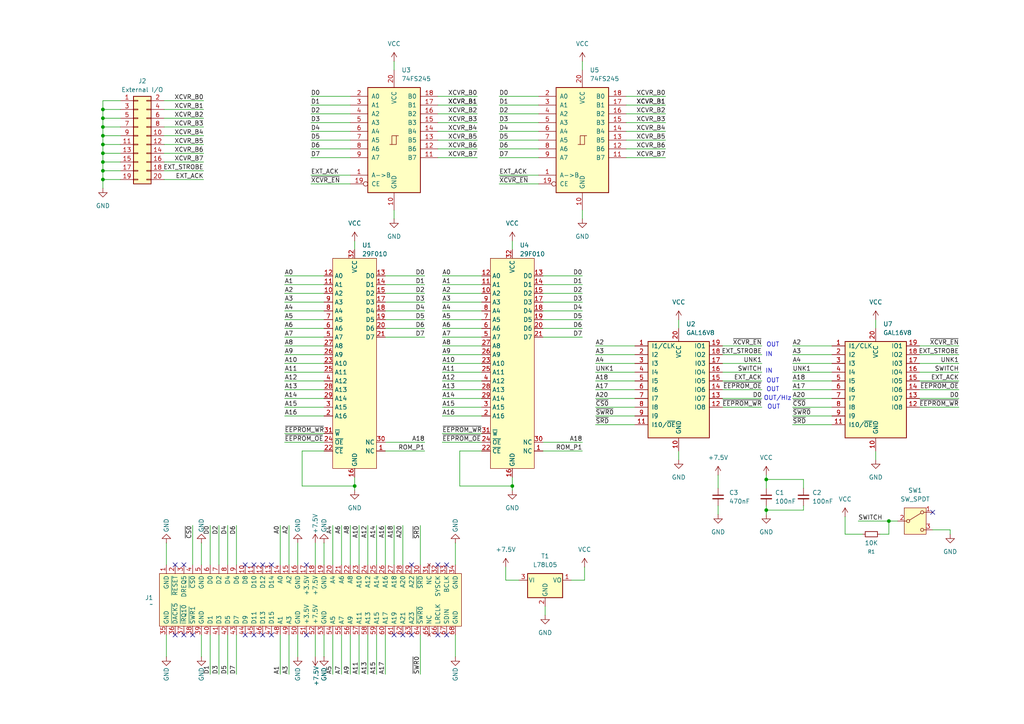
<source format=kicad_sch>
(kicad_sch
	(version 20250114)
	(generator "eeschema")
	(generator_version "9.0")
	(uuid "6a8c2265-be2b-4c23-b289-33a630e86b60")
	(paper "A4")
	
	(text "OUT"
		(exclude_from_sim no)
		(at 222.25 110.49 0)
		(effects
			(font
				(size 1.27 1.27)
			)
			(justify left)
		)
		(uuid "0d8db5fd-eb82-4d7e-b903-acab243ede32")
	)
	(text "OUT"
		(exclude_from_sim no)
		(at 222.25 100.076 0)
		(effects
			(font
				(size 1.27 1.27)
			)
			(justify left)
		)
		(uuid "179b5a48-10b6-46ec-88f8-506ce3c145a5")
	)
	(text "OUT/HIz"
		(exclude_from_sim no)
		(at 221.488 115.57 0)
		(effects
			(font
				(size 1.27 1.27)
			)
			(justify left)
		)
		(uuid "2c799d80-46bb-401e-bfe5-3cf27e691c97")
	)
	(text "OUT"
		(exclude_from_sim no)
		(at 222.25 113.03 0)
		(effects
			(font
				(size 1.27 1.27)
			)
			(justify left)
		)
		(uuid "456cfc37-18b0-426d-8b99-491012f8dd32")
	)
	(text "OUT"
		(exclude_from_sim no)
		(at 222.504 118.11 0)
		(effects
			(font
				(size 1.27 1.27)
			)
			(justify left)
		)
		(uuid "5e77d0de-d70f-4854-a0da-52fa7a9b3bdb")
	)
	(text "IN"
		(exclude_from_sim no)
		(at 221.996 107.696 0)
		(effects
			(font
				(size 1.27 1.27)
			)
			(justify left)
		)
		(uuid "91f87d35-5b94-454a-95d0-3b1958434d03")
	)
	(text "IN"
		(exclude_from_sim no)
		(at 221.996 102.87 0)
		(effects
			(font
				(size 1.27 1.27)
			)
			(justify left)
		)
		(uuid "dcb5d9a0-fe13-40b4-a5f3-4aa4c08189d1")
	)
	(junction
		(at 29.845 39.37)
		(diameter 0)
		(color 0 0 0 0)
		(uuid "08b6da49-e478-428b-a2db-63f3ba1f3e56")
	)
	(junction
		(at 257.81 151.13)
		(diameter 0)
		(color 0 0 0 0)
		(uuid "0b8bb5de-9a53-432b-a930-1c43620cc08a")
	)
	(junction
		(at 222.25 139.065)
		(diameter 0)
		(color 0 0 0 0)
		(uuid "282f9292-e7f0-448f-89d1-a87586b9a2e8")
	)
	(junction
		(at 29.845 44.45)
		(diameter 0)
		(color 0 0 0 0)
		(uuid "2bb0cd86-5cb3-4cd7-9818-296fc6e282f4")
	)
	(junction
		(at 102.87 140.97)
		(diameter 0)
		(color 0 0 0 0)
		(uuid "2c0d5d4d-9b10-461d-bb06-17bc3523aadb")
	)
	(junction
		(at 29.845 36.83)
		(diameter 0)
		(color 0 0 0 0)
		(uuid "3d748003-9ef6-48b7-bdbf-bd9096c8d9fe")
	)
	(junction
		(at 29.845 31.75)
		(diameter 0)
		(color 0 0 0 0)
		(uuid "53f6fbca-29e7-455d-969b-151f8d84148d")
	)
	(junction
		(at 222.25 147.955)
		(diameter 0)
		(color 0 0 0 0)
		(uuid "5e21f2de-ef69-4aed-9f4c-a1458998666b")
	)
	(junction
		(at 29.845 49.53)
		(diameter 0)
		(color 0 0 0 0)
		(uuid "7a716f2b-ff05-431b-bda3-b48250a2a18e")
	)
	(junction
		(at 29.845 46.99)
		(diameter 0)
		(color 0 0 0 0)
		(uuid "b427e1ed-b05e-4de4-bc4b-8ddb84dd4ccf")
	)
	(junction
		(at 29.845 52.07)
		(diameter 0)
		(color 0 0 0 0)
		(uuid "bc2a9171-023c-4729-8744-0ed576668497")
	)
	(junction
		(at 29.845 41.91)
		(diameter 0)
		(color 0 0 0 0)
		(uuid "edea1dbc-1d8d-42a4-ba7b-a75465a771a7")
	)
	(junction
		(at 148.59 140.97)
		(diameter 0)
		(color 0 0 0 0)
		(uuid "f717f54f-0098-49e1-8c1e-f07cb0dbee57")
	)
	(junction
		(at 29.845 34.29)
		(diameter 0)
		(color 0 0 0 0)
		(uuid "f943c7c8-534e-4720-b967-60b2539d647e")
	)
	(no_connect
		(at 88.9 163.83)
		(uuid "09ba0500-e905-4da5-a799-7608434e955d")
	)
	(no_connect
		(at 53.34 184.15)
		(uuid "1009ee27-8578-4462-b5ca-67cc1a016251")
	)
	(no_connect
		(at 78.74 184.15)
		(uuid "123fdaa0-b174-4020-b62e-4304a652a44b")
	)
	(no_connect
		(at 71.12 184.15)
		(uuid "20ce29bd-70ae-40d9-ad56-7896444e7690")
	)
	(no_connect
		(at 50.8 163.83)
		(uuid "28671703-0bf8-4ac9-b08b-cc7f76785785")
	)
	(no_connect
		(at 119.38 184.15)
		(uuid "34cf1b19-3a25-4dcf-b08c-36dced807f92")
	)
	(no_connect
		(at 127 163.83)
		(uuid "4d72afb0-c04f-4a57-982c-bf8a68b2070d")
	)
	(no_connect
		(at 55.88 184.15)
		(uuid "65c2d66f-5bb3-4061-a6ed-7f67017a6880")
	)
	(no_connect
		(at 129.54 184.15)
		(uuid "66f37b2c-23db-4848-946d-239ccf071f37")
	)
	(no_connect
		(at 73.66 163.83)
		(uuid "8aa48de4-f06f-46d0-afb2-63ad717f560d")
	)
	(no_connect
		(at 88.9 184.15)
		(uuid "8ffda328-1b49-453c-a7f3-070aabca1a6e")
	)
	(no_connect
		(at 50.8 184.15)
		(uuid "9f873783-7492-4bfe-af40-e0ee21c84f98")
	)
	(no_connect
		(at 53.34 163.83)
		(uuid "a0156b57-7a86-48e3-9120-766c28bea593")
	)
	(no_connect
		(at 73.66 184.15)
		(uuid "a3e34f99-380d-42e8-86cd-e7e2f03d4a79")
	)
	(no_connect
		(at 129.54 163.83)
		(uuid "a65f3f21-06fb-45ae-a504-370b1ff32361")
	)
	(no_connect
		(at 71.12 163.83)
		(uuid "a8e735e3-488d-47f1-9eea-ef2058d94cab")
	)
	(no_connect
		(at 78.74 163.83)
		(uuid "b56962bd-2163-4a42-a35f-3952fc86f32f")
	)
	(no_connect
		(at 76.2 184.15)
		(uuid "bea93579-e0c3-4ca6-a10f-3dd1d0b38796")
	)
	(no_connect
		(at 127 184.15)
		(uuid "cac16cc1-eb41-4e17-9a3d-c5f2dc2103c1")
	)
	(no_connect
		(at 119.38 163.83)
		(uuid "cd52d49e-2903-478a-873d-e442da0aaf27")
	)
	(no_connect
		(at 114.3 184.15)
		(uuid "cf50a428-73f9-408b-af1e-deece823429d")
	)
	(no_connect
		(at 116.84 184.15)
		(uuid "d49d391b-bc5d-4c7a-934e-0facf4eadbe8")
	)
	(no_connect
		(at 270.51 148.59)
		(uuid "f1d889a8-4f50-4720-b299-516225d41119")
	)
	(no_connect
		(at 76.2 163.83)
		(uuid "f30e2551-84ac-49b8-b7ed-648dc46cabd5")
	)
	(wire
		(pts
			(xy 241.3 107.95) (xy 229.87 107.95)
		)
		(stroke
			(width 0)
			(type default)
		)
		(uuid "00cad865-7fa0-4d81-8bec-676531a41e34")
	)
	(wire
		(pts
			(xy 139.7 82.55) (xy 128.27 82.55)
		)
		(stroke
			(width 0)
			(type default)
		)
		(uuid "019447a4-df4d-454d-92e2-44b55f64d79f")
	)
	(wire
		(pts
			(xy 127 35.56) (xy 138.43 35.56)
		)
		(stroke
			(width 0)
			(type default)
		)
		(uuid "029f2ab0-49f9-42fe-94c4-134fa9fd3a4e")
	)
	(wire
		(pts
			(xy 184.15 115.57) (xy 172.72 115.57)
		)
		(stroke
			(width 0)
			(type default)
		)
		(uuid "02fe6f9e-045e-4a07-b202-370531ab3f89")
	)
	(wire
		(pts
			(xy 139.7 100.33) (xy 128.27 100.33)
		)
		(stroke
			(width 0)
			(type default)
		)
		(uuid "0361c7de-aa40-46cf-940a-a26cd7bd21ae")
	)
	(wire
		(pts
			(xy 270.51 153.67) (xy 275.59 153.67)
		)
		(stroke
			(width 0)
			(type default)
		)
		(uuid "04ff9815-76e0-4cb1-a55b-6621907cbc5d")
	)
	(wire
		(pts
			(xy 47.625 44.45) (xy 59.055 44.45)
		)
		(stroke
			(width 0)
			(type default)
		)
		(uuid "05ac23ce-3c94-41ec-b0cb-49cb883921a1")
	)
	(wire
		(pts
			(xy 93.98 95.25) (xy 82.55 95.25)
		)
		(stroke
			(width 0)
			(type default)
		)
		(uuid "05c22134-9e60-486f-b996-cbb35efeee84")
	)
	(wire
		(pts
			(xy 101.6 184.15) (xy 101.6 195.58)
		)
		(stroke
			(width 0)
			(type default)
		)
		(uuid "0760f805-6b94-4ffd-a9f2-a44bc8f91f6a")
	)
	(wire
		(pts
			(xy 93.98 90.17) (xy 82.55 90.17)
		)
		(stroke
			(width 0)
			(type default)
		)
		(uuid "0835c1ef-06da-4444-973a-0c4b10930e87")
	)
	(wire
		(pts
			(xy 91.44 190.5) (xy 91.44 184.15)
		)
		(stroke
			(width 0)
			(type default)
		)
		(uuid "08f9dbc9-0f16-4bf5-bbd3-738effa31817")
	)
	(wire
		(pts
			(xy 101.6 38.1) (xy 90.17 38.1)
		)
		(stroke
			(width 0)
			(type default)
		)
		(uuid "0a042376-b3e2-443c-a6c3-cdc88c1f6ffd")
	)
	(wire
		(pts
			(xy 208.28 146.685) (xy 208.28 149.225)
		)
		(stroke
			(width 0)
			(type default)
		)
		(uuid "0fba4756-23bd-475b-a710-70cb4cc08743")
	)
	(wire
		(pts
			(xy 111.76 95.25) (xy 123.19 95.25)
		)
		(stroke
			(width 0)
			(type default)
		)
		(uuid "1044b09e-0f28-4160-94f5-4ce834b76161")
	)
	(wire
		(pts
			(xy 91.44 157.48) (xy 91.44 163.83)
		)
		(stroke
			(width 0)
			(type default)
		)
		(uuid "11ab5957-a96f-4af1-bc94-9f5f166eb6b8")
	)
	(wire
		(pts
			(xy 63.5 184.15) (xy 63.5 195.58)
		)
		(stroke
			(width 0)
			(type default)
		)
		(uuid "11b61c8e-2756-4d5a-9d9d-5bf9f75ac403")
	)
	(wire
		(pts
			(xy 93.98 105.41) (xy 82.55 105.41)
		)
		(stroke
			(width 0)
			(type default)
		)
		(uuid "11c3fc75-223c-4e19-92c0-b5cf6bffb023")
	)
	(wire
		(pts
			(xy 63.5 163.83) (xy 63.5 152.4)
		)
		(stroke
			(width 0)
			(type default)
		)
		(uuid "11e98b60-716e-4bfc-924e-f180691251ad")
	)
	(wire
		(pts
			(xy 96.52 163.83) (xy 96.52 152.4)
		)
		(stroke
			(width 0)
			(type default)
		)
		(uuid "12625378-f8da-497b-8588-6a990a833716")
	)
	(wire
		(pts
			(xy 157.48 95.25) (xy 168.91 95.25)
		)
		(stroke
			(width 0)
			(type default)
		)
		(uuid "130e5353-1912-46f4-b347-88451ef8fe80")
	)
	(wire
		(pts
			(xy 208.28 137.795) (xy 208.28 141.605)
		)
		(stroke
			(width 0)
			(type default)
		)
		(uuid "15bef90f-5a55-4000-b3e4-90ae62c82bbd")
	)
	(wire
		(pts
			(xy 114.3 60.96) (xy 114.3 63.5)
		)
		(stroke
			(width 0)
			(type default)
		)
		(uuid "15ffaaee-d4cb-407b-a83f-52d74338c59c")
	)
	(wire
		(pts
			(xy 127 45.72) (xy 138.43 45.72)
		)
		(stroke
			(width 0)
			(type default)
		)
		(uuid "16010ff0-9c45-4e02-a3f5-65b771a71f9e")
	)
	(wire
		(pts
			(xy 266.7 110.49) (xy 278.13 110.49)
		)
		(stroke
			(width 0)
			(type default)
		)
		(uuid "163aa678-c021-4d57-95ba-5340a55f38ae")
	)
	(wire
		(pts
			(xy 241.3 115.57) (xy 229.87 115.57)
		)
		(stroke
			(width 0)
			(type default)
		)
		(uuid "1656c8a6-e976-40ee-8cee-c3d8b18fd599")
	)
	(wire
		(pts
			(xy 127 40.64) (xy 138.43 40.64)
		)
		(stroke
			(width 0)
			(type default)
		)
		(uuid "178860ac-4a77-44bb-be8d-4e660ad1a375")
	)
	(wire
		(pts
			(xy 209.55 115.57) (xy 220.98 115.57)
		)
		(stroke
			(width 0)
			(type default)
		)
		(uuid "18af8eb3-6c1c-499a-a36f-84b60c2004ed")
	)
	(wire
		(pts
			(xy 158.115 175.895) (xy 158.115 178.435)
		)
		(stroke
			(width 0)
			(type default)
		)
		(uuid "199f4df6-5b2a-434b-9081-70505fa968d5")
	)
	(wire
		(pts
			(xy 29.845 34.29) (xy 34.925 34.29)
		)
		(stroke
			(width 0)
			(type default)
		)
		(uuid "19cfd700-f819-400e-a284-03b7556ec532")
	)
	(wire
		(pts
			(xy 157.48 97.79) (xy 168.91 97.79)
		)
		(stroke
			(width 0)
			(type default)
		)
		(uuid "1b24eb31-b8d1-4a3f-8146-5b2dcc53ec69")
	)
	(wire
		(pts
			(xy 93.98 110.49) (xy 82.55 110.49)
		)
		(stroke
			(width 0)
			(type default)
		)
		(uuid "1b6b50b9-9123-4559-b441-927195422b80")
	)
	(wire
		(pts
			(xy 132.08 157.48) (xy 132.08 163.83)
		)
		(stroke
			(width 0)
			(type default)
		)
		(uuid "1bd96de4-659b-426c-8fae-53fd173cdf4f")
	)
	(wire
		(pts
			(xy 102.87 140.97) (xy 102.87 142.24)
		)
		(stroke
			(width 0)
			(type default)
		)
		(uuid "1e1a067b-d1f3-4330-9734-87d63ae2c150")
	)
	(wire
		(pts
			(xy 245.11 149.86) (xy 245.11 154.94)
		)
		(stroke
			(width 0)
			(type default)
		)
		(uuid "1e62fafe-80f3-4695-9f3f-29f9be0e1607")
	)
	(wire
		(pts
			(xy 148.59 140.97) (xy 148.59 142.24)
		)
		(stroke
			(width 0)
			(type default)
		)
		(uuid "22279a59-b09b-4ba2-8ca9-5a75fdca6599")
	)
	(wire
		(pts
			(xy 222.25 139.065) (xy 222.25 141.605)
		)
		(stroke
			(width 0)
			(type default)
		)
		(uuid "262a7df6-5870-4a04-8496-0d1e614a0b43")
	)
	(wire
		(pts
			(xy 114.3 163.83) (xy 114.3 152.4)
		)
		(stroke
			(width 0)
			(type default)
		)
		(uuid "27b8aecf-8a29-4e30-b078-47df0308e6a3")
	)
	(wire
		(pts
			(xy 241.3 118.11) (xy 229.87 118.11)
		)
		(stroke
			(width 0)
			(type default)
		)
		(uuid "29aed646-ae0d-4850-93e5-ea8952d906c5")
	)
	(wire
		(pts
			(xy 156.21 33.02) (xy 144.78 33.02)
		)
		(stroke
			(width 0)
			(type default)
		)
		(uuid "2afd436a-7516-4d38-adc6-acbd9324065a")
	)
	(wire
		(pts
			(xy 101.6 50.8) (xy 90.17 50.8)
		)
		(stroke
			(width 0)
			(type default)
		)
		(uuid "2b256655-1a38-4f62-a39b-3040ffa2d266")
	)
	(wire
		(pts
			(xy 184.15 107.95) (xy 172.72 107.95)
		)
		(stroke
			(width 0)
			(type default)
		)
		(uuid "2bf28fc8-bab1-480c-818f-f0559f389ac5")
	)
	(wire
		(pts
			(xy 47.625 52.07) (xy 59.055 52.07)
		)
		(stroke
			(width 0)
			(type default)
		)
		(uuid "2d5162a7-bf3c-4dc3-b72e-ffb386807e73")
	)
	(wire
		(pts
			(xy 47.625 46.99) (xy 59.055 46.99)
		)
		(stroke
			(width 0)
			(type default)
		)
		(uuid "2de542d7-54c8-412b-9e92-0d234894a9ca")
	)
	(wire
		(pts
			(xy 255.27 154.94) (xy 257.81 154.94)
		)
		(stroke
			(width 0)
			(type default)
		)
		(uuid "2f67eb7c-a19c-4500-92a0-a732c1d5c977")
	)
	(wire
		(pts
			(xy 58.42 157.48) (xy 58.42 163.83)
		)
		(stroke
			(width 0)
			(type default)
		)
		(uuid "324c1720-3454-4cf1-88fc-062b4af835dd")
	)
	(wire
		(pts
			(xy 139.7 92.71) (xy 128.27 92.71)
		)
		(stroke
			(width 0)
			(type default)
		)
		(uuid "32c1b5a4-c06b-405d-bde6-9fdf5712810c")
	)
	(wire
		(pts
			(xy 93.98 82.55) (xy 82.55 82.55)
		)
		(stroke
			(width 0)
			(type default)
		)
		(uuid "33af8bad-0ba5-44f1-bf4c-33afcd2b3916")
	)
	(wire
		(pts
			(xy 139.7 125.73) (xy 128.27 125.73)
		)
		(stroke
			(width 0)
			(type default)
		)
		(uuid "34044bcf-34de-45d2-8b8e-1ac34386b6cf")
	)
	(wire
		(pts
			(xy 29.845 34.29) (xy 29.845 31.75)
		)
		(stroke
			(width 0)
			(type default)
		)
		(uuid "345fe897-4af7-4e06-8ce8-1262a170783b")
	)
	(wire
		(pts
			(xy 139.7 128.27) (xy 128.27 128.27)
		)
		(stroke
			(width 0)
			(type default)
		)
		(uuid "3566385b-7d95-4a48-90f8-966ea136e8dd")
	)
	(wire
		(pts
			(xy 169.545 168.275) (xy 169.545 164.465)
		)
		(stroke
			(width 0)
			(type default)
		)
		(uuid "35c3f077-1678-4864-8add-fdef39f36ec9")
	)
	(wire
		(pts
			(xy 29.845 29.21) (xy 34.925 29.21)
		)
		(stroke
			(width 0)
			(type default)
		)
		(uuid "36c99c48-0fe6-4bd9-8f13-842038c1491a")
	)
	(wire
		(pts
			(xy 93.98 80.01) (xy 82.55 80.01)
		)
		(stroke
			(width 0)
			(type default)
		)
		(uuid "36c9eade-a1c5-44a6-aebb-2f3d7222c493")
	)
	(wire
		(pts
			(xy 29.845 31.75) (xy 34.925 31.75)
		)
		(stroke
			(width 0)
			(type default)
		)
		(uuid "37d32ec3-c576-46eb-9e98-d158a081422c")
	)
	(wire
		(pts
			(xy 222.25 147.955) (xy 222.25 149.225)
		)
		(stroke
			(width 0)
			(type default)
		)
		(uuid "38f4f878-ccd9-461a-955c-6d29733d0a76")
	)
	(wire
		(pts
			(xy 68.58 163.83) (xy 68.58 152.4)
		)
		(stroke
			(width 0)
			(type default)
		)
		(uuid "39527db7-0dfb-4d7b-be3c-73d780e5418d")
	)
	(wire
		(pts
			(xy 111.76 97.79) (xy 123.19 97.79)
		)
		(stroke
			(width 0)
			(type default)
		)
		(uuid "39eeeab1-99c4-442b-9067-8d614ea99f3b")
	)
	(wire
		(pts
			(xy 184.15 105.41) (xy 172.72 105.41)
		)
		(stroke
			(width 0)
			(type default)
		)
		(uuid "3a87d0f7-165a-4c92-86ff-9c4351a541b1")
	)
	(wire
		(pts
			(xy 222.25 147.955) (xy 233.045 147.955)
		)
		(stroke
			(width 0)
			(type default)
		)
		(uuid "3f3824f4-6e8f-4a6e-b7fe-c07bfa4af525")
	)
	(wire
		(pts
			(xy 184.15 110.49) (xy 172.72 110.49)
		)
		(stroke
			(width 0)
			(type default)
		)
		(uuid "3f38a81c-4a51-4306-a536-e16f9fefd4aa")
	)
	(wire
		(pts
			(xy 241.3 105.41) (xy 229.87 105.41)
		)
		(stroke
			(width 0)
			(type default)
		)
		(uuid "3f65cb15-e1e3-471a-b984-2e33524eb243")
	)
	(wire
		(pts
			(xy 241.3 102.87) (xy 229.87 102.87)
		)
		(stroke
			(width 0)
			(type default)
		)
		(uuid "40214446-f847-4c0b-b937-4835e79486ae")
	)
	(wire
		(pts
			(xy 139.7 110.49) (xy 128.27 110.49)
		)
		(stroke
			(width 0)
			(type default)
		)
		(uuid "40890777-8e4d-480d-b5ba-980980b18897")
	)
	(wire
		(pts
			(xy 156.21 35.56) (xy 144.78 35.56)
		)
		(stroke
			(width 0)
			(type default)
		)
		(uuid "40db5974-46c9-4b52-8a00-025726244138")
	)
	(wire
		(pts
			(xy 83.82 184.15) (xy 83.82 195.58)
		)
		(stroke
			(width 0)
			(type default)
		)
		(uuid "410f6c4a-b223-47d0-9173-992cb64c10d0")
	)
	(wire
		(pts
			(xy 157.48 82.55) (xy 168.91 82.55)
		)
		(stroke
			(width 0)
			(type default)
		)
		(uuid "41bcbe1a-a581-42e6-a66e-361c2788a11d")
	)
	(wire
		(pts
			(xy 133.35 130.81) (xy 139.7 130.81)
		)
		(stroke
			(width 0)
			(type default)
		)
		(uuid "4259bccc-2e09-4cac-abab-60b689c2722d")
	)
	(wire
		(pts
			(xy 157.48 80.01) (xy 168.91 80.01)
		)
		(stroke
			(width 0)
			(type default)
		)
		(uuid "4459f6f4-e869-48c7-9e35-4b8553ff22e2")
	)
	(wire
		(pts
			(xy 29.845 39.37) (xy 29.845 36.83)
		)
		(stroke
			(width 0)
			(type default)
		)
		(uuid "472602f3-fa6f-4698-a9e6-427038193f51")
	)
	(wire
		(pts
			(xy 157.48 130.81) (xy 168.91 130.81)
		)
		(stroke
			(width 0)
			(type default)
		)
		(uuid "477a8d5e-f8be-4850-a02e-ac1a664606da")
	)
	(wire
		(pts
			(xy 29.845 54.61) (xy 29.845 52.07)
		)
		(stroke
			(width 0)
			(type default)
		)
		(uuid "48b7b38d-7465-4e4f-bee2-865d7c24214e")
	)
	(wire
		(pts
			(xy 114.3 17.78) (xy 114.3 20.32)
		)
		(stroke
			(width 0)
			(type default)
		)
		(uuid "4a075a48-8124-46a7-85a2-0e64ea28c877")
	)
	(wire
		(pts
			(xy 254 130.81) (xy 254 133.35)
		)
		(stroke
			(width 0)
			(type default)
		)
		(uuid "4a6db21a-4599-4d55-aa52-6c12f39c954c")
	)
	(wire
		(pts
			(xy 96.52 184.15) (xy 96.52 195.58)
		)
		(stroke
			(width 0)
			(type default)
		)
		(uuid "4bb139ca-4705-45c1-81b7-54fb1917cd41")
	)
	(wire
		(pts
			(xy 48.26 157.48) (xy 48.26 163.83)
		)
		(stroke
			(width 0)
			(type default)
		)
		(uuid "4c3732c2-211d-4196-87f5-9cd9fbb78ac6")
	)
	(wire
		(pts
			(xy 157.48 92.71) (xy 168.91 92.71)
		)
		(stroke
			(width 0)
			(type default)
		)
		(uuid "4d05cec9-d3b3-4f31-96a3-d4cd468823fd")
	)
	(wire
		(pts
			(xy 139.7 97.79) (xy 128.27 97.79)
		)
		(stroke
			(width 0)
			(type default)
		)
		(uuid "4d7e2c33-68b3-4634-a89c-760c18b0e278")
	)
	(wire
		(pts
			(xy 93.98 87.63) (xy 82.55 87.63)
		)
		(stroke
			(width 0)
			(type default)
		)
		(uuid "5269c16c-cf9f-448f-8b85-e067c53e2174")
	)
	(wire
		(pts
			(xy 156.21 38.1) (xy 144.78 38.1)
		)
		(stroke
			(width 0)
			(type default)
		)
		(uuid "530036ab-475d-430f-b4f3-430e54b91a34")
	)
	(wire
		(pts
			(xy 111.76 130.81) (xy 123.19 130.81)
		)
		(stroke
			(width 0)
			(type default)
		)
		(uuid "530cdb19-2fd4-4c81-b4d9-d845baa2d764")
	)
	(wire
		(pts
			(xy 233.045 147.955) (xy 233.045 146.685)
		)
		(stroke
			(width 0)
			(type default)
		)
		(uuid "534ba51f-0a83-4c1c-ac77-e07a7578a3cd")
	)
	(wire
		(pts
			(xy 29.845 41.91) (xy 29.845 39.37)
		)
		(stroke
			(width 0)
			(type default)
		)
		(uuid "537db146-e94e-4956-9580-ca75a21af3e7")
	)
	(wire
		(pts
			(xy 181.61 30.48) (xy 193.04 30.48)
		)
		(stroke
			(width 0)
			(type default)
		)
		(uuid "53d9fdb3-5197-4bd4-b566-b866ecb6d73b")
	)
	(wire
		(pts
			(xy 101.6 27.94) (xy 90.17 27.94)
		)
		(stroke
			(width 0)
			(type default)
		)
		(uuid "55726537-661d-4bdc-88fa-576c6ad5c99c")
	)
	(wire
		(pts
			(xy 93.98 115.57) (xy 82.55 115.57)
		)
		(stroke
			(width 0)
			(type default)
		)
		(uuid "56c74dbf-ec77-4e59-b0f0-8fe2092fd8ba")
	)
	(wire
		(pts
			(xy 93.98 107.95) (xy 82.55 107.95)
		)
		(stroke
			(width 0)
			(type default)
		)
		(uuid "56dd1450-3307-4ea0-85e5-167db031a70c")
	)
	(wire
		(pts
			(xy 241.3 100.33) (xy 229.87 100.33)
		)
		(stroke
			(width 0)
			(type default)
		)
		(uuid "56e4fc67-2773-49bb-a14a-4a5cd421de3d")
	)
	(wire
		(pts
			(xy 209.55 107.95) (xy 220.98 107.95)
		)
		(stroke
			(width 0)
			(type default)
		)
		(uuid "573d35d0-92fe-41d4-89c8-3202ed04f517")
	)
	(wire
		(pts
			(xy 181.61 35.56) (xy 193.04 35.56)
		)
		(stroke
			(width 0)
			(type default)
		)
		(uuid "57690d25-e27d-44e0-a1dd-cc7d7e9aabf1")
	)
	(wire
		(pts
			(xy 47.625 39.37) (xy 59.055 39.37)
		)
		(stroke
			(width 0)
			(type default)
		)
		(uuid "590d901b-23fa-461b-a5a7-e6f21589239c")
	)
	(wire
		(pts
			(xy 47.625 31.75) (xy 59.055 31.75)
		)
		(stroke
			(width 0)
			(type default)
		)
		(uuid "59dadf9b-ce8c-4c0b-b083-fb0a9e70b9ee")
	)
	(wire
		(pts
			(xy 86.36 157.48) (xy 86.36 163.83)
		)
		(stroke
			(width 0)
			(type default)
		)
		(uuid "5a6d5f48-8224-4d29-a2b6-dff4338facac")
	)
	(wire
		(pts
			(xy 148.59 140.97) (xy 133.35 140.97)
		)
		(stroke
			(width 0)
			(type default)
		)
		(uuid "5e6247c0-d491-4634-9126-8bc99cb7f538")
	)
	(wire
		(pts
			(xy 184.15 102.87) (xy 172.72 102.87)
		)
		(stroke
			(width 0)
			(type default)
		)
		(uuid "5f2c65e1-d8fb-43ef-9afa-171bb44c1d7b")
	)
	(wire
		(pts
			(xy 241.3 110.49) (xy 229.87 110.49)
		)
		(stroke
			(width 0)
			(type default)
		)
		(uuid "5f2f8930-eadd-4bb0-9617-51748eb75ece")
	)
	(wire
		(pts
			(xy 266.7 107.95) (xy 278.13 107.95)
		)
		(stroke
			(width 0)
			(type default)
		)
		(uuid "60dd7123-d96e-4a45-bcbc-2ebeccd0c0b8")
	)
	(wire
		(pts
			(xy 93.98 100.33) (xy 82.55 100.33)
		)
		(stroke
			(width 0)
			(type default)
		)
		(uuid "63d66da3-0a55-4570-bbbe-ebdbf955a7ef")
	)
	(wire
		(pts
			(xy 181.61 43.18) (xy 193.04 43.18)
		)
		(stroke
			(width 0)
			(type default)
		)
		(uuid "6494dbda-3393-4479-97b0-c9c01bead305")
	)
	(wire
		(pts
			(xy 157.48 87.63) (xy 168.91 87.63)
		)
		(stroke
			(width 0)
			(type default)
		)
		(uuid "64afd31b-f79a-4003-9bec-46f710b7fddc")
	)
	(wire
		(pts
			(xy 146.685 168.275) (xy 150.495 168.275)
		)
		(stroke
			(width 0)
			(type default)
		)
		(uuid "66277a3e-b2b9-492a-ab2c-b4ba0389b11f")
	)
	(wire
		(pts
			(xy 111.76 90.17) (xy 123.19 90.17)
		)
		(stroke
			(width 0)
			(type default)
		)
		(uuid "66904366-28b3-4c65-92f6-2923436f9bac")
	)
	(wire
		(pts
			(xy 127 38.1) (xy 138.43 38.1)
		)
		(stroke
			(width 0)
			(type default)
		)
		(uuid "691db13f-cf12-422c-a31b-e47e69765146")
	)
	(wire
		(pts
			(xy 29.845 52.07) (xy 34.925 52.07)
		)
		(stroke
			(width 0)
			(type default)
		)
		(uuid "697010d1-71ea-42eb-84d3-d52c8dc7c8da")
	)
	(wire
		(pts
			(xy 101.6 30.48) (xy 90.17 30.48)
		)
		(stroke
			(width 0)
			(type default)
		)
		(uuid "69ba10cb-247c-4a09-9587-9d12585245c7")
	)
	(wire
		(pts
			(xy 102.87 69.85) (xy 102.87 72.39)
		)
		(stroke
			(width 0)
			(type default)
		)
		(uuid "69c49e75-64c6-46b7-8619-7d3385a4513f")
	)
	(wire
		(pts
			(xy 66.04 163.83) (xy 66.04 152.4)
		)
		(stroke
			(width 0)
			(type default)
		)
		(uuid "69fe8a8e-e508-45c7-aec7-635e8ce0e92f")
	)
	(wire
		(pts
			(xy 47.625 41.91) (xy 59.055 41.91)
		)
		(stroke
			(width 0)
			(type default)
		)
		(uuid "6a15f165-d1b8-4ff1-b877-7995361c2fa7")
	)
	(wire
		(pts
			(xy 106.68 163.83) (xy 106.68 152.4)
		)
		(stroke
			(width 0)
			(type default)
		)
		(uuid "6a173631-1ba9-4ad3-a4a8-fb2deb73495d")
	)
	(wire
		(pts
			(xy 132.08 190.5) (xy 132.08 184.15)
		)
		(stroke
			(width 0)
			(type default)
		)
		(uuid "6c5dcb00-7c60-47d3-a71f-8e0c1a8def53")
	)
	(wire
		(pts
			(xy 121.92 163.83) (xy 121.92 152.4)
		)
		(stroke
			(width 0)
			(type default)
		)
		(uuid "6cceb4dd-2a75-40f3-8b6d-c75ccae21952")
	)
	(wire
		(pts
			(xy 139.7 118.11) (xy 128.27 118.11)
		)
		(stroke
			(width 0)
			(type default)
		)
		(uuid "6d0a172f-3ade-41ec-a1d1-2ff8eae0eb1d")
	)
	(wire
		(pts
			(xy 66.04 184.15) (xy 66.04 195.58)
		)
		(stroke
			(width 0)
			(type default)
		)
		(uuid "728db3ad-a87f-4648-9963-3487d6b790a8")
	)
	(wire
		(pts
			(xy 139.7 120.65) (xy 128.27 120.65)
		)
		(stroke
			(width 0)
			(type default)
		)
		(uuid "76f9b9e6-5ef7-4926-9340-359b47bc5f61")
	)
	(wire
		(pts
			(xy 121.92 184.15) (xy 121.92 195.58)
		)
		(stroke
			(width 0)
			(type default)
		)
		(uuid "771e52c5-867d-4c6d-ae9b-619d17d015f0")
	)
	(wire
		(pts
			(xy 233.045 139.065) (xy 233.045 141.605)
		)
		(stroke
			(width 0)
			(type default)
		)
		(uuid "78b9fcfe-90f8-4ad4-980a-a69afe62216f")
	)
	(wire
		(pts
			(xy 196.85 130.81) (xy 196.85 133.35)
		)
		(stroke
			(width 0)
			(type default)
		)
		(uuid "793e8f7f-3bef-4753-940b-62884b558055")
	)
	(wire
		(pts
			(xy 102.87 138.43) (xy 102.87 140.97)
		)
		(stroke
			(width 0)
			(type default)
		)
		(uuid "7a3b0b6f-bc33-4c40-ab95-4ce76bc3e7a5")
	)
	(wire
		(pts
			(xy 111.76 128.27) (xy 123.19 128.27)
		)
		(stroke
			(width 0)
			(type default)
		)
		(uuid "7a769c12-de6f-4229-87b4-ba838bb60a3a")
	)
	(wire
		(pts
			(xy 184.15 100.33) (xy 172.72 100.33)
		)
		(stroke
			(width 0)
			(type default)
		)
		(uuid "7a99dfe1-a15a-4f92-8ca8-ed7c07343053")
	)
	(wire
		(pts
			(xy 101.6 53.34) (xy 90.17 53.34)
		)
		(stroke
			(width 0)
			(type default)
		)
		(uuid "7aad0dd7-3842-4dac-886a-e2699f945561")
	)
	(wire
		(pts
			(xy 241.3 120.65) (xy 229.87 120.65)
		)
		(stroke
			(width 0)
			(type default)
		)
		(uuid "7cbad3bf-42ec-44d8-81a8-57738f129e3d")
	)
	(wire
		(pts
			(xy 139.7 107.95) (xy 128.27 107.95)
		)
		(stroke
			(width 0)
			(type default)
		)
		(uuid "7de01250-319d-49db-8870-df32a4456c68")
	)
	(wire
		(pts
			(xy 68.58 184.15) (xy 68.58 195.58)
		)
		(stroke
			(width 0)
			(type default)
		)
		(uuid "7ef18406-f463-475f-9e15-2155ca0e263d")
	)
	(wire
		(pts
			(xy 184.15 120.65) (xy 172.72 120.65)
		)
		(stroke
			(width 0)
			(type default)
		)
		(uuid "7f871491-d372-44ab-8d82-58a0af2286bb")
	)
	(wire
		(pts
			(xy 104.14 184.15) (xy 104.14 195.58)
		)
		(stroke
			(width 0)
			(type default)
		)
		(uuid "7fd767b5-ecc0-4611-a231-2126b3e19499")
	)
	(wire
		(pts
			(xy 29.845 52.07) (xy 29.845 49.53)
		)
		(stroke
			(width 0)
			(type default)
		)
		(uuid "7fdb7784-fbab-4391-bde4-04d85b9bbe66")
	)
	(wire
		(pts
			(xy 209.55 102.87) (xy 220.98 102.87)
		)
		(stroke
			(width 0)
			(type default)
		)
		(uuid "802b4af6-8c58-41f6-b3c6-237ed31b4687")
	)
	(wire
		(pts
			(xy 93.98 118.11) (xy 82.55 118.11)
		)
		(stroke
			(width 0)
			(type default)
		)
		(uuid "81dcc263-f279-4e91-963b-5a70496c66e8")
	)
	(wire
		(pts
			(xy 47.625 29.21) (xy 59.055 29.21)
		)
		(stroke
			(width 0)
			(type default)
		)
		(uuid "823c26ce-d66d-4dc4-b49b-499dc5ed5e1b")
	)
	(wire
		(pts
			(xy 29.845 49.53) (xy 34.925 49.53)
		)
		(stroke
			(width 0)
			(type default)
		)
		(uuid "84cc302b-682a-49bb-8c42-b3ddc968761d")
	)
	(wire
		(pts
			(xy 81.28 184.15) (xy 81.28 195.58)
		)
		(stroke
			(width 0)
			(type default)
		)
		(uuid "870d540d-8135-451d-8077-86805264b97d")
	)
	(wire
		(pts
			(xy 156.21 53.34) (xy 144.78 53.34)
		)
		(stroke
			(width 0)
			(type default)
		)
		(uuid "890df057-1b2d-4cc0-bc23-aceb5d3e3260")
	)
	(wire
		(pts
			(xy 209.55 105.41) (xy 220.98 105.41)
		)
		(stroke
			(width 0)
			(type default)
		)
		(uuid "8a2f4051-dc1c-4947-8263-1c0ea0a03283")
	)
	(wire
		(pts
			(xy 157.48 128.27) (xy 168.91 128.27)
		)
		(stroke
			(width 0)
			(type default)
		)
		(uuid "8c04e232-4f12-446e-b779-6c39cdd264a2")
	)
	(wire
		(pts
			(xy 181.61 45.72) (xy 193.04 45.72)
		)
		(stroke
			(width 0)
			(type default)
		)
		(uuid "8d04fc45-2077-49d4-94c2-dd3bc75c582e")
	)
	(wire
		(pts
			(xy 139.7 90.17) (xy 128.27 90.17)
		)
		(stroke
			(width 0)
			(type default)
		)
		(uuid "8ddc67e6-a59e-4a77-86af-08603409088d")
	)
	(wire
		(pts
			(xy 93.98 102.87) (xy 82.55 102.87)
		)
		(stroke
			(width 0)
			(type default)
		)
		(uuid "8e128c09-10f1-4299-9aa3-449497362511")
	)
	(wire
		(pts
			(xy 101.6 43.18) (xy 90.17 43.18)
		)
		(stroke
			(width 0)
			(type default)
		)
		(uuid "8fb41392-3890-4678-b626-da269a18d7ba")
	)
	(wire
		(pts
			(xy 139.7 113.03) (xy 128.27 113.03)
		)
		(stroke
			(width 0)
			(type default)
		)
		(uuid "900dbab0-e66f-41f0-8995-ea64861d7077")
	)
	(wire
		(pts
			(xy 93.98 85.09) (xy 82.55 85.09)
		)
		(stroke
			(width 0)
			(type default)
		)
		(uuid "9028fb04-01c8-498d-8d4f-1bbc115376d3")
	)
	(wire
		(pts
			(xy 139.7 87.63) (xy 128.27 87.63)
		)
		(stroke
			(width 0)
			(type default)
		)
		(uuid "907dbae0-27f1-4bb9-b590-f736c52e55f9")
	)
	(wire
		(pts
			(xy 156.21 27.94) (xy 144.78 27.94)
		)
		(stroke
			(width 0)
			(type default)
		)
		(uuid "90ea354d-4b30-4262-8ee9-55143ee7a8f6")
	)
	(wire
		(pts
			(xy 184.15 123.19) (xy 172.72 123.19)
		)
		(stroke
			(width 0)
			(type default)
		)
		(uuid "914c4f65-94be-42b2-9932-61f1096f54a3")
	)
	(wire
		(pts
			(xy 60.96 184.15) (xy 60.96 195.58)
		)
		(stroke
			(width 0)
			(type default)
		)
		(uuid "92734589-930a-4c92-9ccc-436c297aad02")
	)
	(wire
		(pts
			(xy 184.15 113.03) (xy 172.72 113.03)
		)
		(stroke
			(width 0)
			(type default)
		)
		(uuid "92b7bb71-eacd-49b4-8843-3878786632dc")
	)
	(wire
		(pts
			(xy 241.3 113.03) (xy 229.87 113.03)
		)
		(stroke
			(width 0)
			(type default)
		)
		(uuid "96e04a7a-09d8-40ca-9f22-bb128ece30fe")
	)
	(wire
		(pts
			(xy 257.81 151.13) (xy 248.92 151.13)
		)
		(stroke
			(width 0)
			(type default)
		)
		(uuid "99947152-43da-4182-b0e9-b8fcddd5a820")
	)
	(wire
		(pts
			(xy 93.98 120.65) (xy 82.55 120.65)
		)
		(stroke
			(width 0)
			(type default)
		)
		(uuid "99ce8a05-d5fc-45b9-acc5-bd6613adbbbc")
	)
	(wire
		(pts
			(xy 168.91 60.96) (xy 168.91 63.5)
		)
		(stroke
			(width 0)
			(type default)
		)
		(uuid "9bcdf6fa-8681-4650-ba6b-24615aec6a6b")
	)
	(wire
		(pts
			(xy 241.3 123.19) (xy 229.87 123.19)
		)
		(stroke
			(width 0)
			(type default)
		)
		(uuid "9c0cf324-7427-467d-824e-e121652f0e60")
	)
	(wire
		(pts
			(xy 127 30.48) (xy 138.43 30.48)
		)
		(stroke
			(width 0)
			(type default)
		)
		(uuid "9db1889c-b052-4331-818b-e2e5c14704f1")
	)
	(wire
		(pts
			(xy 209.55 110.49) (xy 220.98 110.49)
		)
		(stroke
			(width 0)
			(type default)
		)
		(uuid "9db5cd1a-26a6-4f90-8506-278e224fea25")
	)
	(wire
		(pts
			(xy 111.76 92.71) (xy 123.19 92.71)
		)
		(stroke
			(width 0)
			(type default)
		)
		(uuid "9df70fcd-ce30-4a94-85ad-baef1edda6f0")
	)
	(wire
		(pts
			(xy 93.98 190.5) (xy 93.98 184.15)
		)
		(stroke
			(width 0)
			(type default)
		)
		(uuid "9e06e4be-8abe-443c-a4a1-50c814549d4f")
	)
	(wire
		(pts
			(xy 101.6 35.56) (xy 90.17 35.56)
		)
		(stroke
			(width 0)
			(type default)
		)
		(uuid "9f86dc8e-8c48-4dd2-9b64-3cca83da8826")
	)
	(wire
		(pts
			(xy 109.22 163.83) (xy 109.22 152.4)
		)
		(stroke
			(width 0)
			(type default)
		)
		(uuid "a0de39bd-663a-4e48-b3b9-01ff0631407f")
	)
	(wire
		(pts
			(xy 29.845 44.45) (xy 29.845 41.91)
		)
		(stroke
			(width 0)
			(type default)
		)
		(uuid "a1302f1b-ca32-45c3-aa3a-0f5933fa619f")
	)
	(wire
		(pts
			(xy 101.6 163.83) (xy 101.6 152.4)
		)
		(stroke
			(width 0)
			(type default)
		)
		(uuid "a3bba8ba-5003-4e35-ab1c-6f793dcf8320")
	)
	(wire
		(pts
			(xy 209.55 100.33) (xy 220.98 100.33)
		)
		(stroke
			(width 0)
			(type default)
		)
		(uuid "a4017447-b0bc-4850-8b39-234c1b616cac")
	)
	(wire
		(pts
			(xy 47.625 34.29) (xy 59.055 34.29)
		)
		(stroke
			(width 0)
			(type default)
		)
		(uuid "a481857d-2c8f-4a95-865d-f1bcea024d55")
	)
	(wire
		(pts
			(xy 60.96 163.83) (xy 60.96 152.4)
		)
		(stroke
			(width 0)
			(type default)
		)
		(uuid "a742e15c-1efa-4a42-9871-b996e1eaae94")
	)
	(wire
		(pts
			(xy 181.61 40.64) (xy 193.04 40.64)
		)
		(stroke
			(width 0)
			(type default)
		)
		(uuid "a8d79c6a-9ab6-4941-b364-0d38ae600024")
	)
	(wire
		(pts
			(xy 245.11 154.94) (xy 250.19 154.94)
		)
		(stroke
			(width 0)
			(type default)
		)
		(uuid "a9792138-9a6c-4928-9c17-d683292fdea0")
	)
	(wire
		(pts
			(xy 157.48 85.09) (xy 168.91 85.09)
		)
		(stroke
			(width 0)
			(type default)
		)
		(uuid "aa5eb81b-dbed-49fc-a25d-2a8b7f22d2a3")
	)
	(wire
		(pts
			(xy 148.59 69.85) (xy 148.59 72.39)
		)
		(stroke
			(width 0)
			(type default)
		)
		(uuid "abaca4a3-cfcc-43a3-b637-e7c1fef3fb06")
	)
	(wire
		(pts
			(xy 266.7 100.33) (xy 278.13 100.33)
		)
		(stroke
			(width 0)
			(type default)
		)
		(uuid "ac5b311c-fdb3-41b6-90d4-98c6ed1644d6")
	)
	(wire
		(pts
			(xy 156.21 50.8) (xy 144.78 50.8)
		)
		(stroke
			(width 0)
			(type default)
		)
		(uuid "acfd3eb2-dfdc-4946-b9cb-2574edae3b01")
	)
	(wire
		(pts
			(xy 47.625 49.53) (xy 59.055 49.53)
		)
		(stroke
			(width 0)
			(type default)
		)
		(uuid "adad3744-84c6-406b-9f17-afdd125b52b7")
	)
	(wire
		(pts
			(xy 93.98 92.71) (xy 82.55 92.71)
		)
		(stroke
			(width 0)
			(type default)
		)
		(uuid "adb98d63-5161-4bb0-aab7-12847c9572dc")
	)
	(wire
		(pts
			(xy 93.98 128.27) (xy 82.55 128.27)
		)
		(stroke
			(width 0)
			(type default)
		)
		(uuid "aea47a8a-13fd-4f8f-87fe-67d0365daf0c")
	)
	(wire
		(pts
			(xy 48.26 190.5) (xy 48.26 184.15)
		)
		(stroke
			(width 0)
			(type default)
		)
		(uuid "afdaf1f6-9902-44df-8377-dfbb27ac1850")
	)
	(wire
		(pts
			(xy 87.63 130.81) (xy 87.63 140.97)
		)
		(stroke
			(width 0)
			(type default)
		)
		(uuid "b17dbe34-8b43-43cd-a4b7-c4840208507c")
	)
	(wire
		(pts
			(xy 93.98 125.73) (xy 82.55 125.73)
		)
		(stroke
			(width 0)
			(type default)
		)
		(uuid "b18f522b-0a82-4e9c-a636-147f9284b535")
	)
	(wire
		(pts
			(xy 29.845 39.37) (xy 34.925 39.37)
		)
		(stroke
			(width 0)
			(type default)
		)
		(uuid "b313582e-c4ee-4644-a4eb-ace7e2f27081")
	)
	(wire
		(pts
			(xy 257.81 154.94) (xy 257.81 151.13)
		)
		(stroke
			(width 0)
			(type default)
		)
		(uuid "b466e0a8-9ec7-43e1-93d6-0eecc296dd14")
	)
	(wire
		(pts
			(xy 139.7 102.87) (xy 128.27 102.87)
		)
		(stroke
			(width 0)
			(type default)
		)
		(uuid "b48d4c22-b9ae-483d-807a-5c0b9dfb6586")
	)
	(wire
		(pts
			(xy 139.7 95.25) (xy 128.27 95.25)
		)
		(stroke
			(width 0)
			(type default)
		)
		(uuid "b84d0f80-bafa-4318-926d-0370c7bb85a3")
	)
	(wire
		(pts
			(xy 275.59 153.67) (xy 275.59 154.94)
		)
		(stroke
			(width 0)
			(type default)
		)
		(uuid "b85cb918-0d93-4538-b269-82a610bff630")
	)
	(wire
		(pts
			(xy 29.845 46.99) (xy 29.845 44.45)
		)
		(stroke
			(width 0)
			(type default)
		)
		(uuid "b87718db-95b9-4a7b-a9a0-c8aad61779dc")
	)
	(wire
		(pts
			(xy 127 43.18) (xy 138.43 43.18)
		)
		(stroke
			(width 0)
			(type default)
		)
		(uuid "b89c31ca-c811-42f5-9b19-df7c15e0f68b")
	)
	(wire
		(pts
			(xy 139.7 80.01) (xy 128.27 80.01)
		)
		(stroke
			(width 0)
			(type default)
		)
		(uuid "ba0e06fc-7ab4-4edc-b944-969fa093b701")
	)
	(wire
		(pts
			(xy 139.7 105.41) (xy 128.27 105.41)
		)
		(stroke
			(width 0)
			(type default)
		)
		(uuid "bc3faa9e-7b5d-40b0-9278-cafdad5997a1")
	)
	(wire
		(pts
			(xy 165.735 168.275) (xy 169.545 168.275)
		)
		(stroke
			(width 0)
			(type default)
		)
		(uuid "bc54f620-dbe0-473f-97ea-5fd15625a9ee")
	)
	(wire
		(pts
			(xy 266.7 102.87) (xy 278.13 102.87)
		)
		(stroke
			(width 0)
			(type default)
		)
		(uuid "bc80d335-207b-42c3-810d-7eac6a4a6b9d")
	)
	(wire
		(pts
			(xy 81.28 163.83) (xy 81.28 152.4)
		)
		(stroke
			(width 0)
			(type default)
		)
		(uuid "bed3d925-7fb0-4064-9295-904d7319087a")
	)
	(wire
		(pts
			(xy 86.36 190.5) (xy 86.36 184.15)
		)
		(stroke
			(width 0)
			(type default)
		)
		(uuid "befe7f74-2f1c-44d5-9d81-ff51030ec5ca")
	)
	(wire
		(pts
			(xy 102.87 140.97) (xy 87.63 140.97)
		)
		(stroke
			(width 0)
			(type default)
		)
		(uuid "c04023f2-a4cd-43a0-b271-1d2e4e47bc4c")
	)
	(wire
		(pts
			(xy 101.6 45.72) (xy 90.17 45.72)
		)
		(stroke
			(width 0)
			(type default)
		)
		(uuid "c245e893-c2e2-421a-aa48-6e60bced4cb9")
	)
	(wire
		(pts
			(xy 111.76 184.15) (xy 111.76 195.58)
		)
		(stroke
			(width 0)
			(type default)
		)
		(uuid "c42d1e94-728a-4f4a-8e89-5274358c089e")
	)
	(wire
		(pts
			(xy 139.7 115.57) (xy 128.27 115.57)
		)
		(stroke
			(width 0)
			(type default)
		)
		(uuid "c44644e9-eda2-4426-a6f0-ac6bd5024bd2")
	)
	(wire
		(pts
			(xy 58.42 190.5) (xy 58.42 184.15)
		)
		(stroke
			(width 0)
			(type default)
		)
		(uuid "c5c7e68d-c59f-47ae-a9bb-cdf60baa6a76")
	)
	(wire
		(pts
			(xy 139.7 85.09) (xy 128.27 85.09)
		)
		(stroke
			(width 0)
			(type default)
		)
		(uuid "c614ac0a-94bb-4a0c-9b48-d5b64339d637")
	)
	(wire
		(pts
			(xy 47.625 36.83) (xy 59.055 36.83)
		)
		(stroke
			(width 0)
			(type default)
		)
		(uuid "c638f750-c1a2-4f0f-8d6b-644b1a2056e3")
	)
	(wire
		(pts
			(xy 83.82 163.83) (xy 83.82 152.4)
		)
		(stroke
			(width 0)
			(type default)
		)
		(uuid "c6f8b68d-bb2f-4e39-94e6-b1791f9410ac")
	)
	(wire
		(pts
			(xy 196.85 92.71) (xy 196.85 95.25)
		)
		(stroke
			(width 0)
			(type default)
		)
		(uuid "c7ef782e-f73a-4835-9a5d-a8bfd6c15fa6")
	)
	(wire
		(pts
			(xy 168.91 17.78) (xy 168.91 20.32)
		)
		(stroke
			(width 0)
			(type default)
		)
		(uuid "ca55fc95-fb82-4250-aba9-2c1d56092118")
	)
	(wire
		(pts
			(xy 157.48 90.17) (xy 168.91 90.17)
		)
		(stroke
			(width 0)
			(type default)
		)
		(uuid "cb60a0e3-f11e-4f99-81fb-ef92f962bb7b")
	)
	(wire
		(pts
			(xy 116.84 163.83) (xy 116.84 152.4)
		)
		(stroke
			(width 0)
			(type default)
		)
		(uuid "ce83f16a-b925-474a-92f3-6ef862902f55")
	)
	(wire
		(pts
			(xy 156.21 43.18) (xy 144.78 43.18)
		)
		(stroke
			(width 0)
			(type default)
		)
		(uuid "d0f99ceb-d623-4f23-b130-d31fca651b71")
	)
	(wire
		(pts
			(xy 29.845 36.83) (xy 34.925 36.83)
		)
		(stroke
			(width 0)
			(type default)
		)
		(uuid "d19f35c5-0a44-4ada-af29-6c2d0caa71d1")
	)
	(wire
		(pts
			(xy 181.61 27.94) (xy 193.04 27.94)
		)
		(stroke
			(width 0)
			(type default)
		)
		(uuid "d241e894-d212-4b64-8212-a153eb3fc30a")
	)
	(wire
		(pts
			(xy 266.7 115.57) (xy 278.13 115.57)
		)
		(stroke
			(width 0)
			(type default)
		)
		(uuid "d299f858-a5b1-40f7-b077-b2e20868b61b")
	)
	(wire
		(pts
			(xy 109.22 184.15) (xy 109.22 195.58)
		)
		(stroke
			(width 0)
			(type default)
		)
		(uuid "d42d0d29-15a9-48bd-9a9b-75844a020bb5")
	)
	(wire
		(pts
			(xy 184.15 118.11) (xy 172.72 118.11)
		)
		(stroke
			(width 0)
			(type default)
		)
		(uuid "d471bacf-3f94-4c6b-a24b-4ecd3a2c28c5")
	)
	(wire
		(pts
			(xy 127 33.02) (xy 138.43 33.02)
		)
		(stroke
			(width 0)
			(type default)
		)
		(uuid "d72d055e-991a-45b9-b9ab-95d1ee80f4f0")
	)
	(wire
		(pts
			(xy 29.845 46.99) (xy 34.925 46.99)
		)
		(stroke
			(width 0)
			(type default)
		)
		(uuid "d906cea6-1aca-4de1-8e64-6d65b64778b5")
	)
	(wire
		(pts
			(xy 104.14 163.83) (xy 104.14 152.4)
		)
		(stroke
			(width 0)
			(type default)
		)
		(uuid "d94817b6-3d12-4f11-90a5-e853d6b84418")
	)
	(wire
		(pts
			(xy 222.25 146.685) (xy 222.25 147.955)
		)
		(stroke
			(width 0)
			(type default)
		)
		(uuid "d9939c9f-96fb-46e1-8ef3-7862faeaa4c1")
	)
	(wire
		(pts
			(xy 148.59 138.43) (xy 148.59 140.97)
		)
		(stroke
			(width 0)
			(type default)
		)
		(uuid "d9c3d222-5c9e-44b4-b986-f145a538fd8e")
	)
	(wire
		(pts
			(xy 111.76 82.55) (xy 123.19 82.55)
		)
		(stroke
			(width 0)
			(type default)
		)
		(uuid "dd4534ed-4551-4017-a392-8fdc4ab296f5")
	)
	(wire
		(pts
			(xy 99.06 163.83) (xy 99.06 152.4)
		)
		(stroke
			(width 0)
			(type default)
		)
		(uuid "de78c9f0-65a8-4613-a9ba-d1ea593dc181")
	)
	(wire
		(pts
			(xy 278.13 113.03) (xy 266.7 113.03)
		)
		(stroke
			(width 0)
			(type default)
		)
		(uuid "df723e45-c800-4f23-9506-de8c61f0ce38")
	)
	(wire
		(pts
			(xy 111.76 80.01) (xy 123.19 80.01)
		)
		(stroke
			(width 0)
			(type default)
		)
		(uuid "dfb65951-b0b5-4e36-a6ed-108af137cedc")
	)
	(wire
		(pts
			(xy 209.55 118.11) (xy 220.98 118.11)
		)
		(stroke
			(width 0)
			(type default)
		)
		(uuid "e046713b-407a-478a-8c3c-fa89aab7e200")
	)
	(wire
		(pts
			(xy 93.98 157.48) (xy 93.98 163.83)
		)
		(stroke
			(width 0)
			(type default)
		)
		(uuid "e10ed966-9d3c-4790-9cc4-87ee1754b37e")
	)
	(wire
		(pts
			(xy 101.6 33.02) (xy 90.17 33.02)
		)
		(stroke
			(width 0)
			(type default)
		)
		(uuid "e34b6933-ddf2-4326-9023-14965eca6130")
	)
	(wire
		(pts
			(xy 87.63 130.81) (xy 93.98 130.81)
		)
		(stroke
			(width 0)
			(type default)
		)
		(uuid "e351659c-a0e6-483b-ab27-9af82c02be48")
	)
	(wire
		(pts
			(xy 254 92.71) (xy 254 95.25)
		)
		(stroke
			(width 0)
			(type default)
		)
		(uuid "e38efa98-01ea-4348-90f0-9cb112380b48")
	)
	(wire
		(pts
			(xy 93.98 113.03) (xy 82.55 113.03)
		)
		(stroke
			(width 0)
			(type default)
		)
		(uuid "e3b38ae5-c1dc-4384-b653-c5053341a78a")
	)
	(wire
		(pts
			(xy 260.35 151.13) (xy 257.81 151.13)
		)
		(stroke
			(width 0)
			(type default)
		)
		(uuid "e4dc3715-d6a1-4577-81ca-860095735689")
	)
	(wire
		(pts
			(xy 278.13 118.11) (xy 266.7 118.11)
		)
		(stroke
			(width 0)
			(type default)
		)
		(uuid "e4fe3349-d21f-4092-95d0-fe3483ad3adf")
	)
	(wire
		(pts
			(xy 29.845 49.53) (xy 29.845 46.99)
		)
		(stroke
			(width 0)
			(type default)
		)
		(uuid "e77825b0-99c9-4358-8ee3-0d577777fb62")
	)
	(wire
		(pts
			(xy 106.68 184.15) (xy 106.68 195.58)
		)
		(stroke
			(width 0)
			(type default)
		)
		(uuid "e97df9ab-e2ef-42d9-8f46-150ee9fe6bdb")
	)
	(wire
		(pts
			(xy 127 27.94) (xy 138.43 27.94)
		)
		(stroke
			(width 0)
			(type default)
		)
		(uuid "e9b735d6-43b9-4ee8-8671-98b428408b7e")
	)
	(wire
		(pts
			(xy 209.55 113.03) (xy 220.98 113.03)
		)
		(stroke
			(width 0)
			(type default)
		)
		(uuid "e9cbee66-31d9-47d7-9b87-27b92ab804d0")
	)
	(wire
		(pts
			(xy 156.21 40.64) (xy 144.78 40.64)
		)
		(stroke
			(width 0)
			(type default)
		)
		(uuid "ea5d3d19-7739-407b-b7cc-1d7374fdb708")
	)
	(wire
		(pts
			(xy 222.25 139.065) (xy 233.045 139.065)
		)
		(stroke
			(width 0)
			(type default)
		)
		(uuid "eaa672ff-6dc8-46c2-9511-b839e8717a57")
	)
	(wire
		(pts
			(xy 99.06 184.15) (xy 99.06 195.58)
		)
		(stroke
			(width 0)
			(type default)
		)
		(uuid "eabef2b0-4496-4297-acd2-54d49c8efa53")
	)
	(wire
		(pts
			(xy 111.76 163.83) (xy 111.76 152.4)
		)
		(stroke
			(width 0)
			(type default)
		)
		(uuid "ebbf38cf-2b71-41c6-a9f4-3bb5d8fcf18b")
	)
	(wire
		(pts
			(xy 111.76 85.09) (xy 123.19 85.09)
		)
		(stroke
			(width 0)
			(type default)
		)
		(uuid "ed11a0bf-9363-4836-a9df-238457166cdd")
	)
	(wire
		(pts
			(xy 146.685 164.465) (xy 146.685 168.275)
		)
		(stroke
			(width 0)
			(type default)
		)
		(uuid "ee7ab53c-02b6-4242-9564-f77ef6fe8882")
	)
	(wire
		(pts
			(xy 181.61 33.02) (xy 193.04 33.02)
		)
		(stroke
			(width 0)
			(type default)
		)
		(uuid "eeaaffee-f269-4db3-a6b1-1a56c4772024")
	)
	(wire
		(pts
			(xy 156.21 45.72) (xy 144.78 45.72)
		)
		(stroke
			(width 0)
			(type default)
		)
		(uuid "f014e8df-c241-41bb-90b0-5b5e5356e19a")
	)
	(wire
		(pts
			(xy 111.76 87.63) (xy 123.19 87.63)
		)
		(stroke
			(width 0)
			(type default)
		)
		(uuid "f285fd77-86d3-472b-b41e-909329dbc296")
	)
	(wire
		(pts
			(xy 29.845 41.91) (xy 34.925 41.91)
		)
		(stroke
			(width 0)
			(type default)
		)
		(uuid "f32876fb-eb14-4fd3-8c36-91b7e1d1b2c9")
	)
	(wire
		(pts
			(xy 133.35 130.81) (xy 133.35 140.97)
		)
		(stroke
			(width 0)
			(type default)
		)
		(uuid "f3d772ce-57c8-4057-ac80-18a5b4e7398a")
	)
	(wire
		(pts
			(xy 222.25 137.795) (xy 222.25 139.065)
		)
		(stroke
			(width 0)
			(type default)
		)
		(uuid "f532a6e6-141f-4488-97bc-3218d214c472")
	)
	(wire
		(pts
			(xy 156.21 30.48) (xy 144.78 30.48)
		)
		(stroke
			(width 0)
			(type default)
		)
		(uuid "f9672e86-814d-40b7-9e9f-ac358dc00c5e")
	)
	(wire
		(pts
			(xy 181.61 38.1) (xy 193.04 38.1)
		)
		(stroke
			(width 0)
			(type default)
		)
		(uuid "f989c088-4f2b-4aed-92b4-2637c0cad314")
	)
	(wire
		(pts
			(xy 101.6 40.64) (xy 90.17 40.64)
		)
		(stroke
			(width 0)
			(type default)
		)
		(uuid "faab4306-6c1c-4385-9564-a0afdc0ab085")
	)
	(wire
		(pts
			(xy 55.88 163.83) (xy 55.88 152.4)
		)
		(stroke
			(width 0)
			(type default)
		)
		(uuid "fba6e967-3dad-446d-941c-3940c62ad15d")
	)
	(wire
		(pts
			(xy 93.98 97.79) (xy 82.55 97.79)
		)
		(stroke
			(width 0)
			(type default)
		)
		(uuid "fbb6fc6f-6057-4606-bab3-e03e2a3a634d")
	)
	(wire
		(pts
			(xy 29.845 44.45) (xy 34.925 44.45)
		)
		(stroke
			(width 0)
			(type default)
		)
		(uuid "fdedb8a9-25ab-438b-bf83-b6d247f8e1da")
	)
	(wire
		(pts
			(xy 266.7 105.41) (xy 278.13 105.41)
		)
		(stroke
			(width 0)
			(type default)
		)
		(uuid "fdf624c6-4920-4571-aca9-2f877d8d12da")
	)
	(wire
		(pts
			(xy 29.845 31.75) (xy 29.845 29.21)
		)
		(stroke
			(width 0)
			(type default)
		)
		(uuid "fe6a8d88-91d9-4d03-9bd1-57e1190d27b0")
	)
	(wire
		(pts
			(xy 29.845 36.83) (xy 29.845 34.29)
		)
		(stroke
			(width 0)
			(type default)
		)
		(uuid "fe8b97e3-39d1-463f-be1b-c36c47ef7cfb")
	)
	(label "A1"
		(at 81.28 195.58 90)
		(effects
			(font
				(size 1.27 1.27)
			)
			(justify left bottom)
		)
		(uuid "001624ca-176f-41d3-b278-9905f4814bf6")
	)
	(label "A20"
		(at 229.87 115.57 0)
		(effects
			(font
				(size 1.27 1.27)
			)
			(justify left bottom)
		)
		(uuid "00cc03e9-afdf-45ab-a1cd-2d262ef1856a")
	)
	(label "A6"
		(at 82.55 95.25 0)
		(effects
			(font
				(size 1.27 1.27)
			)
			(justify left bottom)
		)
		(uuid "0133bca4-17bf-4b3a-a061-571352b94e15")
	)
	(label "A12"
		(at 82.55 110.49 0)
		(effects
			(font
				(size 1.27 1.27)
			)
			(justify left bottom)
		)
		(uuid "01a29c9c-359c-4ee1-aafc-87f5dc063b35")
	)
	(label "D1"
		(at 60.96 195.58 90)
		(effects
			(font
				(size 1.27 1.27)
			)
			(justify left bottom)
		)
		(uuid "028aa283-aeee-436e-95ac-547cbfb1fd1e")
	)
	(label "D6"
		(at 123.19 95.25 180)
		(effects
			(font
				(size 1.27 1.27)
			)
			(justify right bottom)
		)
		(uuid "0392e8ec-780e-4d65-8644-f8419066095f")
	)
	(label "D3"
		(at 144.78 35.56 0)
		(effects
			(font
				(size 1.27 1.27)
			)
			(justify left bottom)
		)
		(uuid "05102c1d-45d6-466e-afe6-0f8e75407795")
	)
	(label "A8"
		(at 101.6 152.4 270)
		(effects
			(font
				(size 1.27 1.27)
			)
			(justify right bottom)
		)
		(uuid "05d4f518-9144-4fdc-9c38-4b88043e3d1a")
	)
	(label "UNK1"
		(at 278.13 105.41 180)
		(effects
			(font
				(size 1.27 1.27)
			)
			(justify right bottom)
		)
		(uuid "06343513-16d7-4fce-ad61-ee0faffa31cb")
	)
	(label "D0"
		(at 123.19 80.01 180)
		(effects
			(font
				(size 1.27 1.27)
			)
			(justify right bottom)
		)
		(uuid "090fc567-200d-47bf-85f4-6357874e2a13")
	)
	(label "EXT_STROBE"
		(at 59.055 49.53 180)
		(effects
			(font
				(size 1.27 1.27)
			)
			(justify right bottom)
		)
		(uuid "09e7e027-98f8-4a3c-b019-b507951eca3e")
	)
	(label "D7"
		(at 123.19 97.79 180)
		(effects
			(font
				(size 1.27 1.27)
			)
			(justify right bottom)
		)
		(uuid "0a1b0808-aa15-4a42-a84a-2694a7eaa0da")
	)
	(label "A6"
		(at 99.06 152.4 270)
		(effects
			(font
				(size 1.27 1.27)
			)
			(justify right bottom)
		)
		(uuid "0fa6427a-c571-4a71-8825-dd188af17ede")
	)
	(label "A0"
		(at 128.27 80.01 0)
		(effects
			(font
				(size 1.27 1.27)
			)
			(justify left bottom)
		)
		(uuid "1060e6db-878a-4d42-956f-7acf70fab055")
	)
	(label "D6"
		(at 144.78 43.18 0)
		(effects
			(font
				(size 1.27 1.27)
			)
			(justify left bottom)
		)
		(uuid "108d6bfb-b2fe-4879-8ade-04815636ae60")
	)
	(label "A4"
		(at 128.27 90.17 0)
		(effects
			(font
				(size 1.27 1.27)
			)
			(justify left bottom)
		)
		(uuid "10f4b33a-14e0-47bf-a5d3-714d9d2cc18f")
	)
	(label "XCVR_B7"
		(at 193.04 45.72 180)
		(effects
			(font
				(size 1.27 1.27)
			)
			(justify right bottom)
		)
		(uuid "129c76b1-2cd7-4a0a-bfc1-a7d1068841ac")
	)
	(label "A0"
		(at 81.28 152.4 270)
		(effects
			(font
				(size 1.27 1.27)
			)
			(justify right bottom)
		)
		(uuid "133e51f6-0db1-49db-8ba8-c0c43c05af04")
	)
	(label "EXT_ACK"
		(at 90.17 50.8 0)
		(effects
			(font
				(size 1.27 1.27)
			)
			(justify left bottom)
		)
		(uuid "149a9d3b-24d4-4cd1-9255-0016c42c7346")
	)
	(label "D5"
		(at 144.78 40.64 0)
		(effects
			(font
				(size 1.27 1.27)
			)
			(justify left bottom)
		)
		(uuid "15479236-a266-45c3-9c89-22f26698e504")
	)
	(label "EXT_STROBE"
		(at 278.13 102.87 180)
		(effects
			(font
				(size 1.27 1.27)
			)
			(justify right bottom)
		)
		(uuid "18b4f5cc-d571-408a-8378-1f4b04b19b24")
	)
	(label "~{XCVR_EN}"
		(at 220.98 100.33 180)
		(effects
			(font
				(size 1.27 1.27)
			)
			(justify right bottom)
		)
		(uuid "190706a3-c68e-4281-b7f7-7f2e7d0d707a")
	)
	(label "A14"
		(at 82.55 115.57 0)
		(effects
			(font
				(size 1.27 1.27)
			)
			(justify left bottom)
		)
		(uuid "191e016e-9cbc-414a-8612-90b42e80634f")
	)
	(label "~{SRD}"
		(at 229.87 123.19 0)
		(effects
			(font
				(size 1.27 1.27)
			)
			(justify left bottom)
		)
		(uuid "191e614d-17b1-4966-82c4-c4659235b2a6")
	)
	(label "D3"
		(at 90.17 35.56 0)
		(effects
			(font
				(size 1.27 1.27)
			)
			(justify left bottom)
		)
		(uuid "19e8b8d7-154e-411d-a700-0f09b085eb59")
	)
	(label "A10"
		(at 82.55 105.41 0)
		(effects
			(font
				(size 1.27 1.27)
			)
			(justify left bottom)
		)
		(uuid "1cd360c2-eaf6-4825-98df-60cf2f4ab7b0")
	)
	(label "D3"
		(at 63.5 195.58 90)
		(effects
			(font
				(size 1.27 1.27)
			)
			(justify left bottom)
		)
		(uuid "1da671de-5199-40e6-9dd5-efaacb22eeb7")
	)
	(label "D0"
		(at 144.78 27.94 0)
		(effects
			(font
				(size 1.27 1.27)
			)
			(justify left bottom)
		)
		(uuid "1e2d8b47-bab7-4366-bf10-d883bb3be6ec")
	)
	(label "XCVR_B4"
		(at 59.055 39.37 180)
		(effects
			(font
				(size 1.27 1.27)
			)
			(justify right bottom)
		)
		(uuid "1ed09f60-beac-4944-a04f-0bc3460b9694")
	)
	(label "A11"
		(at 82.55 107.95 0)
		(effects
			(font
				(size 1.27 1.27)
			)
			(justify left bottom)
		)
		(uuid "1f8b8233-7e94-417e-8a90-8aa27ae56407")
	)
	(label "A14"
		(at 128.27 115.57 0)
		(effects
			(font
				(size 1.27 1.27)
			)
			(justify left bottom)
		)
		(uuid "1fb82ec5-c2da-4f66-b090-9ebe0e7d253a")
	)
	(label "D3"
		(at 123.19 87.63 180)
		(effects
			(font
				(size 1.27 1.27)
			)
			(justify right bottom)
		)
		(uuid "1fc6c2f1-f7f8-4436-819a-76cd6b07912d")
	)
	(label "A2"
		(at 83.82 152.4 270)
		(effects
			(font
				(size 1.27 1.27)
			)
			(justify right bottom)
		)
		(uuid "1fd2791f-bf83-4aaf-9b3d-f0f938a87239")
	)
	(label "A3"
		(at 82.55 87.63 0)
		(effects
			(font
				(size 1.27 1.27)
			)
			(justify left bottom)
		)
		(uuid "23ac58e6-066f-4856-b51b-fb7084765a10")
	)
	(label "~{SRD}"
		(at 172.72 123.19 0)
		(effects
			(font
				(size 1.27 1.27)
			)
			(justify left bottom)
		)
		(uuid "250629b0-2263-4824-8ae7-97dbaa6aa8f8")
	)
	(label "A20"
		(at 172.72 115.57 0)
		(effects
			(font
				(size 1.27 1.27)
			)
			(justify left bottom)
		)
		(uuid "28d15be1-514a-46d6-be0a-c5e292de2690")
	)
	(label "D7"
		(at 68.58 195.58 90)
		(effects
			(font
				(size 1.27 1.27)
			)
			(justify left bottom)
		)
		(uuid "2d9b7379-b8f8-463b-8623-84701b5d6b13")
	)
	(label "~{EEPROM_WR}"
		(at 82.55 125.73 0)
		(effects
			(font
				(size 1.27 1.27)
			)
			(justify left bottom)
		)
		(uuid "2e0f81b8-64c8-4f2d-8f8d-1f441d79ef24")
	)
	(label "A10"
		(at 128.27 105.41 0)
		(effects
			(font
				(size 1.27 1.27)
			)
			(justify left bottom)
		)
		(uuid "30e7ca9e-6cd1-43cf-a066-95a9f0c73771")
	)
	(label "D6"
		(at 90.17 43.18 0)
		(effects
			(font
				(size 1.27 1.27)
			)
			(justify left bottom)
		)
		(uuid "3100d276-7cf3-48a7-b7cf-f30eb64a4504")
	)
	(label "SWITCH"
		(at 278.13 107.95 180)
		(effects
			(font
				(size 1.27 1.27)
			)
			(justify right bottom)
		)
		(uuid "31ce1ad1-12a4-4675-a9b1-bbbe34d34294")
	)
	(label "A16"
		(at 111.76 152.4 270)
		(effects
			(font
				(size 1.27 1.27)
			)
			(justify right bottom)
		)
		(uuid "34da12ed-0504-4bc6-8bcc-6135f5533f39")
	)
	(label "A15"
		(at 82.55 118.11 0)
		(effects
			(font
				(size 1.27 1.27)
			)
			(justify left bottom)
		)
		(uuid "358108b3-de6c-47e2-81d5-880f0dc2c411")
	)
	(label "A4"
		(at 172.72 105.41 0)
		(effects
			(font
				(size 1.27 1.27)
			)
			(justify left bottom)
		)
		(uuid "3709f95f-e364-4e97-b82e-c802150c6b95")
	)
	(label "EXT_ACK"
		(at 59.055 52.07 180)
		(effects
			(font
				(size 1.27 1.27)
			)
			(justify right bottom)
		)
		(uuid "39294361-eada-46ce-81f1-6f31c46d53e7")
	)
	(label "A7"
		(at 99.06 195.58 90)
		(effects
			(font
				(size 1.27 1.27)
			)
			(justify left bottom)
		)
		(uuid "3bd0a8de-52e5-43e3-b78d-7eb1e4e1355d")
	)
	(label "D2"
		(at 123.19 85.09 180)
		(effects
			(font
				(size 1.27 1.27)
			)
			(justify right bottom)
		)
		(uuid "3bd36650-b95b-430f-abdb-8f1325b3713b")
	)
	(label "A5"
		(at 82.55 92.71 0)
		(effects
			(font
				(size 1.27 1.27)
			)
			(justify left bottom)
		)
		(uuid "3e6cf836-b1fa-492b-a87e-9f5b413f1287")
	)
	(label "A3"
		(at 83.82 195.58 90)
		(effects
			(font
				(size 1.27 1.27)
			)
			(justify left bottom)
		)
		(uuid "414d1cf8-162b-461a-b1c6-5044df1d19e6")
	)
	(label "A3"
		(at 229.87 102.87 0)
		(effects
			(font
				(size 1.27 1.27)
			)
			(justify left bottom)
		)
		(uuid "42a842d7-6654-4c54-bfd1-a5659742926a")
	)
	(label "A18"
		(at 229.87 110.49 0)
		(effects
			(font
				(size 1.27 1.27)
			)
			(justify left bottom)
		)
		(uuid "4341d25a-4bfd-41b5-b861-e5a13b6822af")
	)
	(label "A7"
		(at 128.27 97.79 0)
		(effects
			(font
				(size 1.27 1.27)
			)
			(justify left bottom)
		)
		(uuid "46b6a073-8a58-407c-b322-4475dfdf4b6e")
	)
	(label "D4"
		(at 144.78 38.1 0)
		(effects
			(font
				(size 1.27 1.27)
			)
			(justify left bottom)
		)
		(uuid "47824692-714d-4d81-992d-511876218954")
	)
	(label "A11"
		(at 104.14 195.58 90)
		(effects
			(font
				(size 1.27 1.27)
			)
			(justify left bottom)
		)
		(uuid "496caf4e-212b-40e8-981a-5f42f0ded9ee")
	)
	(label "XCVR_B0"
		(at 193.04 27.94 180)
		(effects
			(font
				(size 1.27 1.27)
			)
			(justify right bottom)
		)
		(uuid "4a17388b-b389-40aa-8797-df56cf9c6c0e")
	)
	(label "~{EEPROM_OE}"
		(at 82.55 128.27 0)
		(effects
			(font
				(size 1.27 1.27)
			)
			(justify left bottom)
		)
		(uuid "4d6b76f2-361b-4dfd-9b24-5e081c2047e7")
	)
	(label "EXT_ACK"
		(at 220.98 110.49 180)
		(effects
			(font
				(size 1.27 1.27)
			)
			(justify right bottom)
		)
		(uuid "520785ff-066b-4f15-b015-e90eaf17c4d5")
	)
	(label "EXT_STROBE"
		(at 220.98 102.87 180)
		(effects
			(font
				(size 1.27 1.27)
			)
			(justify right bottom)
		)
		(uuid "54c1ceb4-8638-48b1-a4d7-72dc65250013")
	)
	(label "D2"
		(at 144.78 33.02 0)
		(effects
			(font
				(size 1.27 1.27)
			)
			(justify left bottom)
		)
		(uuid "56925106-22bc-46f2-90bd-c2f55f486bf1")
	)
	(label "A9"
		(at 128.27 102.87 0)
		(effects
			(font
				(size 1.27 1.27)
			)
			(justify left bottom)
		)
		(uuid "5700415e-f03c-4347-8675-6f5ef4c711ec")
	)
	(label "~{EEPROM_WR}"
		(at 128.27 125.73 0)
		(effects
			(font
				(size 1.27 1.27)
			)
			(justify left bottom)
		)
		(uuid "580020d3-80cf-4ea4-9e35-55be749f95de")
	)
	(label "~{SRD}"
		(at 121.92 152.4 270)
		(effects
			(font
				(size 1.27 1.27)
			)
			(justify right bottom)
		)
		(uuid "5a926335-3460-42d0-b46d-bccf4e4556e9")
	)
	(label "D1"
		(at 168.91 82.55 180)
		(effects
			(font
				(size 1.27 1.27)
			)
			(justify right bottom)
		)
		(uuid "5aced8a7-928d-405e-be11-b250ed1824f9")
	)
	(label "D0"
		(at 220.98 115.57 180)
		(effects
			(font
				(size 1.27 1.27)
			)
			(justify right bottom)
		)
		(uuid "5d3109a1-7bed-4956-8d28-47a3c02be240")
	)
	(label "~{SWR0}"
		(at 121.92 195.58 90)
		(effects
			(font
				(size 1.27 1.27)
			)
			(justify left bottom)
		)
		(uuid "5db3f5a3-8b4b-45c0-981b-02c4c88e8181")
	)
	(label "UNK1"
		(at 220.98 105.41 180)
		(effects
			(font
				(size 1.27 1.27)
			)
			(justify right bottom)
		)
		(uuid "5ff8f791-7718-4094-a81e-8c05c84dd333")
	)
	(label "ROM_P1"
		(at 168.91 130.81 180)
		(effects
			(font
				(size 1.27 1.27)
			)
			(justify right bottom)
		)
		(uuid "604c1b91-f103-4ba9-abd0-0f4c70ad8f65")
	)
	(label "~{CS0}"
		(at 55.88 152.4 270)
		(effects
			(font
				(size 1.27 1.27)
			)
			(justify right bottom)
		)
		(uuid "60f0317b-4d92-4f40-a5fd-65e79ab553c8")
	)
	(label "XCVR_B3"
		(at 59.055 36.83 180)
		(effects
			(font
				(size 1.27 1.27)
			)
			(justify right bottom)
		)
		(uuid "61fbe229-07c5-42d4-8696-1c6089ad9699")
	)
	(label "SWITCH"
		(at 220.98 107.95 180)
		(effects
			(font
				(size 1.27 1.27)
			)
			(justify right bottom)
		)
		(uuid "642803e7-d1aa-4b0f-a935-3b09c5e6bae3")
	)
	(label "D0"
		(at 90.17 27.94 0)
		(effects
			(font
				(size 1.27 1.27)
			)
			(justify left bottom)
		)
		(uuid "6449ab04-6067-4b12-a72b-57b3859c0d6e")
	)
	(label "XCVR_B0"
		(at 138.43 27.94 180)
		(effects
			(font
				(size 1.27 1.27)
			)
			(justify right bottom)
		)
		(uuid "6624fac5-9b3c-40ab-86ea-15cfba77d91a")
	)
	(label "A17"
		(at 172.72 113.03 0)
		(effects
			(font
				(size 1.27 1.27)
			)
			(justify left bottom)
		)
		(uuid "6cd41371-9bd6-4904-b283-481bfd90c5e0")
	)
	(label "A17"
		(at 229.87 113.03 0)
		(effects
			(font
				(size 1.27 1.27)
			)
			(justify left bottom)
		)
		(uuid "6e0e77b9-343e-423f-8a68-4a6157c9b07f")
	)
	(label "D0"
		(at 278.13 115.57 180)
		(effects
			(font
				(size 1.27 1.27)
			)
			(justify right bottom)
		)
		(uuid "706e5958-4e27-4a0a-b82f-e5bb41aa72e1")
	)
	(label "A1"
		(at 82.55 82.55 0)
		(effects
			(font
				(size 1.27 1.27)
			)
			(justify left bottom)
		)
		(uuid "714c086f-0feb-4861-a4ae-9d7d7a03e216")
	)
	(label "~{EEPROM_OE}"
		(at 220.98 113.03 180)
		(effects
			(font
				(size 1.27 1.27)
			)
			(justify right bottom)
		)
		(uuid "724557e3-e656-484d-b445-b415cbb6e8a4")
	)
	(label "D4"
		(at 168.91 90.17 180)
		(effects
			(font
				(size 1.27 1.27)
			)
			(justify right bottom)
		)
		(uuid "72b3c022-ece8-4242-9532-11ce59d17bb7")
	)
	(label "~{XCVR_EN}"
		(at 90.17 53.34 0)
		(effects
			(font
				(size 1.27 1.27)
			)
			(justify left bottom)
		)
		(uuid "74b68f05-fef0-485f-a016-eca7e7fb99a8")
	)
	(label "UNK1"
		(at 229.87 107.95 0)
		(effects
			(font
				(size 1.27 1.27)
			)
			(justify left bottom)
		)
		(uuid "75277008-8dfa-457a-afce-cba4e95c23ef")
	)
	(label "XCVR_B3"
		(at 138.43 35.56 180)
		(effects
			(font
				(size 1.27 1.27)
			)
			(justify right bottom)
		)
		(uuid "7ade3474-9a34-428b-ac79-2d74b00da857")
	)
	(label "XCVR_B6"
		(at 193.04 43.18 180)
		(effects
			(font
				(size 1.27 1.27)
			)
			(justify right bottom)
		)
		(uuid "82d7ff19-7183-49a3-ada4-c5dee524456e")
	)
	(label "XCVR_B7"
		(at 138.43 45.72 180)
		(effects
			(font
				(size 1.27 1.27)
			)
			(justify right bottom)
		)
		(uuid "836b38c6-2486-46a0-8566-249d6b55551d")
	)
	(label "~{EEPROM_OE}"
		(at 278.13 113.03 180)
		(effects
			(font
				(size 1.27 1.27)
			)
			(justify right bottom)
		)
		(uuid "8395ab7a-0e09-4d38-84fb-578c0b6d7825")
	)
	(label "D1"
		(at 144.78 30.48 0)
		(effects
			(font
				(size 1.27 1.27)
			)
			(justify left bottom)
		)
		(uuid "8421b695-559a-4203-8e82-8663cca9e1d5")
	)
	(label "A16"
		(at 82.55 120.65 0)
		(effects
			(font
				(size 1.27 1.27)
			)
			(justify left bottom)
		)
		(uuid "8433ed4e-c0de-4b11-b9cc-cb0ddf93446d")
	)
	(label "A0"
		(at 82.55 80.01 0)
		(effects
			(font
				(size 1.27 1.27)
			)
			(justify left bottom)
		)
		(uuid "8473edf4-5763-494a-8bda-640fadafb59f")
	)
	(label "A4"
		(at 229.87 105.41 0)
		(effects
			(font
				(size 1.27 1.27)
			)
			(justify left bottom)
		)
		(uuid "855409d5-f5b3-4038-b9da-52e8aef534cb")
	)
	(label "SWITCH"
		(at 248.92 151.13 0)
		(effects
			(font
				(size 1.27 1.27)
			)
			(justify left bottom)
		)
		(uuid "89098402-f8f4-4cbe-8db9-6d66722cdfa7")
	)
	(label "A10"
		(at 104.14 152.4 270)
		(effects
			(font
				(size 1.27 1.27)
			)
			(justify right bottom)
		)
		(uuid "8948ce27-9704-4e5c-9771-1911a6ad850d")
	)
	(label "D1"
		(at 90.17 30.48 0)
		(effects
			(font
				(size 1.27 1.27)
			)
			(justify left bottom)
		)
		(uuid "89509d1f-95c0-4621-93c8-905651321356")
	)
	(label "A1"
		(at 128.27 82.55 0)
		(effects
			(font
				(size 1.27 1.27)
			)
			(justify left bottom)
		)
		(uuid "89d609c1-d949-4c40-9077-ebcb8b6946e4")
	)
	(label "A9"
		(at 82.55 102.87 0)
		(effects
			(font
				(size 1.27 1.27)
			)
			(justify left bottom)
		)
		(uuid "8aeadc4e-7c3e-4c83-ad19-677f6c1ad7dd")
	)
	(label "~{SWR0}"
		(at 172.72 120.65 0)
		(effects
			(font
				(size 1.27 1.27)
			)
			(justify left bottom)
		)
		(uuid "8bf0bfa1-78d9-472d-ba5a-fa39320d4cb4")
	)
	(label "~{EEPROM_WR}"
		(at 278.13 118.11 180)
		(effects
			(font
				(size 1.27 1.27)
			)
			(justify right bottom)
		)
		(uuid "92274c62-344e-4032-a2f0-10b272521d9d")
	)
	(label "XCVR_B5"
		(at 59.055 41.91 180)
		(effects
			(font
				(size 1.27 1.27)
			)
			(justify right bottom)
		)
		(uuid "92a5a5c3-dbaf-417c-8ac0-7a1d237a6d3d")
	)
	(label "D7"
		(at 168.91 97.79 180)
		(effects
			(font
				(size 1.27 1.27)
			)
			(justify right bottom)
		)
		(uuid "945d2d8d-3aae-4b6a-ab72-352fd4e5d449")
	)
	(label "ROM_P1"
		(at 123.19 130.81 180)
		(effects
			(font
				(size 1.27 1.27)
			)
			(justify right bottom)
		)
		(uuid "9573523f-a698-4077-a93c-b500fbef952d")
	)
	(label "D5"
		(at 123.19 92.71 180)
		(effects
			(font
				(size 1.27 1.27)
			)
			(justify right bottom)
		)
		(uuid "99892a13-783d-436a-bd10-5ef0a2279b13")
	)
	(label "A8"
		(at 128.27 100.33 0)
		(effects
			(font
				(size 1.27 1.27)
			)
			(justify left bottom)
		)
		(uuid "9c01d290-cb29-4ac4-849a-e805fdf81c30")
	)
	(label "XCVR_B2"
		(at 193.04 33.02 180)
		(effects
			(font
				(size 1.27 1.27)
			)
			(justify right bottom)
		)
		(uuid "9fa4e2cd-1fba-485b-8855-b9897a61aa93")
	)
	(label "XCVR_B0"
		(at 59.055 29.21 180)
		(effects
			(font
				(size 1.27 1.27)
			)
			(justify right bottom)
		)
		(uuid "9fd82193-4ce4-4d7c-b99d-145d53bdd2b2")
	)
	(label "D2"
		(at 90.17 33.02 0)
		(effects
			(font
				(size 1.27 1.27)
			)
			(justify left bottom)
		)
		(uuid "a1c69872-044d-4c3a-b8ca-264a26858112")
	)
	(label "XCVR_B2"
		(at 138.43 33.02 180)
		(effects
			(font
				(size 1.27 1.27)
			)
			(justify right bottom)
		)
		(uuid "a32e218b-83b5-4074-be34-5c8367a3861d")
	)
	(label "~{SWR0}"
		(at 229.87 120.65 0)
		(effects
			(font
				(size 1.27 1.27)
			)
			(justify left bottom)
		)
		(uuid "a43a0cbf-fea2-4152-a6ad-2697c851b615")
	)
	(label "A13"
		(at 106.68 195.58 90)
		(effects
			(font
				(size 1.27 1.27)
			)
			(justify left bottom)
		)
		(uuid "a6e0ed63-a78b-4cbe-9126-535b7198e53f")
	)
	(label "D5"
		(at 66.04 195.58 90)
		(effects
			(font
				(size 1.27 1.27)
			)
			(justify left bottom)
		)
		(uuid "a75da0e8-cf24-44fc-92dc-8cb934b5be46")
	)
	(label "A5"
		(at 96.52 195.58 90)
		(effects
			(font
				(size 1.27 1.27)
			)
			(justify left bottom)
		)
		(uuid "a92fd50e-bb3d-47c4-b0ca-fb9006f5bb2c")
	)
	(label "A4"
		(at 82.55 90.17 0)
		(effects
			(font
				(size 1.27 1.27)
			)
			(justify left bottom)
		)
		(uuid "abcf8b71-4cf6-404f-8010-85ee2405d1aa")
	)
	(label "D6"
		(at 68.58 152.4 270)
		(effects
			(font
				(size 1.27 1.27)
			)
			(justify right bottom)
		)
		(uuid "abe97074-e9c9-4fe2-a761-0700e7231ae7")
	)
	(label "A17"
		(at 111.76 195.58 90)
		(effects
			(font
				(size 1.27 1.27)
			)
			(justify left bottom)
		)
		(uuid "ac9e8082-596c-4536-aeda-cf1d94bd765d")
	)
	(label "A13"
		(at 82.55 113.03 0)
		(effects
			(font
				(size 1.27 1.27)
			)
			(justify left bottom)
		)
		(uuid "b2d72f6b-aba0-406c-a6b5-2461f3234eb7")
	)
	(label "XCVR_B5"
		(at 138.43 40.64 180)
		(effects
			(font
				(size 1.27 1.27)
			)
			(justify right bottom)
		)
		(uuid "b3292269-0a0f-4a19-8c66-452df6c8ca68")
	)
	(label "D0"
		(at 168.91 80.01 180)
		(effects
			(font
				(size 1.27 1.27)
			)
			(justify right bottom)
		)
		(uuid "b34f8668-222e-47b4-a84d-34a68016e6f8")
	)
	(label "XCVR_B6"
		(at 138.43 43.18 180)
		(effects
			(font
				(size 1.27 1.27)
			)
			(justify right bottom)
		)
		(uuid "b40d2e30-24a8-4459-b6e6-83c3a289b205")
	)
	(label "XCVR_B1"
		(at 193.04 30.48 180)
		(effects
			(font
				(size 1.27 1.27)
			)
			(justify right bottom)
		)
		(uuid "b4d59455-e23e-411d-8875-c4bfb95bc3b1")
	)
	(label "XCVR_B1"
		(at 193.04 30.48 180)
		(effects
			(font
				(size 1.27 1.27)
			)
			(justify right bottom)
		)
		(uuid "b570d36c-242a-4c46-8207-3e27be3b13bc")
	)
	(label "A5"
		(at 128.27 92.71 0)
		(effects
			(font
				(size 1.27 1.27)
			)
			(justify left bottom)
		)
		(uuid "b9a1e95c-192a-4364-b44a-5cc2b7dc3471")
	)
	(label "A12"
		(at 106.68 152.4 270)
		(effects
			(font
				(size 1.27 1.27)
			)
			(justify right bottom)
		)
		(uuid "b9e1f28e-872d-47e7-b37f-ecb1cb402f49")
	)
	(label "~{EEPROM_OE}"
		(at 128.27 128.27 0)
		(effects
			(font
				(size 1.27 1.27)
			)
			(justify left bottom)
		)
		(uuid "bb5a52bd-1bb3-4797-a983-c60aeb1c3bd3")
	)
	(label "A4"
		(at 96.52 152.4 270)
		(effects
			(font
				(size 1.27 1.27)
			)
			(justify right bottom)
		)
		(uuid "bea8d2b2-c653-4e62-93cc-a46408f56e52")
	)
	(label "A2"
		(at 172.72 100.33 0)
		(effects
			(font
				(size 1.27 1.27)
			)
			(justify left bottom)
		)
		(uuid "bf02450c-5ece-4575-9a29-0d72b4cd3306")
	)
	(label "EXT_ACK"
		(at 144.78 50.8 0)
		(effects
			(font
				(size 1.27 1.27)
			)
			(justify left bottom)
		)
		(uuid "c0486919-769b-43ec-af35-91b51bc4d3c8")
	)
	(label "XCVR_B1"
		(at 138.43 30.48 180)
		(effects
			(font
				(size 1.27 1.27)
			)
			(justify right bottom)
		)
		(uuid "c102067a-37b5-4d8c-a311-cdc5a340566a")
	)
	(label "D6"
		(at 168.91 95.25 180)
		(effects
			(font
				(size 1.27 1.27)
			)
			(justify right bottom)
		)
		(uuid "c234632b-4b24-4be6-acb9-4f81c8aa2f3e")
	)
	(label "A2"
		(at 82.55 85.09 0)
		(effects
			(font
				(size 1.27 1.27)
			)
			(justify left bottom)
		)
		(uuid "c2dc9b8e-c836-4a55-b53e-b7af92cae496")
	)
	(label "A14"
		(at 109.22 152.4 270)
		(effects
			(font
				(size 1.27 1.27)
			)
			(justify right bottom)
		)
		(uuid "c324e8ae-bf41-43f8-a75d-7f4c25298b8c")
	)
	(label "A20"
		(at 116.84 152.4 270)
		(effects
			(font
				(size 1.27 1.27)
			)
			(justify right bottom)
		)
		(uuid "c69e7ba9-306d-4f13-ab43-ab24bcce40df")
	)
	(label "~{EEPROM_WR}"
		(at 220.98 118.11 180)
		(effects
			(font
				(size 1.27 1.27)
			)
			(justify right bottom)
		)
		(uuid "c6d9821f-d2f9-4a53-ae57-b7e47656b0ac")
	)
	(label "~{CS0}"
		(at 229.87 118.11 0)
		(effects
			(font
				(size 1.27 1.27)
			)
			(justify left bottom)
		)
		(uuid "c7a8f732-3c79-4472-bc7b-8f0e8e6530c9")
	)
	(label "D4"
		(at 123.19 90.17 180)
		(effects
			(font
				(size 1.27 1.27)
			)
			(justify right bottom)
		)
		(uuid "c8b0cbdd-aeb6-4a29-8f2e-7c361ed34bda")
	)
	(label "D3"
		(at 168.91 87.63 180)
		(effects
			(font
				(size 1.27 1.27)
			)
			(justify right bottom)
		)
		(uuid "c8c40c63-593d-40c8-a980-517b8a75e233")
	)
	(label "A15"
		(at 128.27 118.11 0)
		(effects
			(font
				(size 1.27 1.27)
			)
			(justify left bottom)
		)
		(uuid "ca367b92-42e0-43dd-bdbd-a0a5099e6406")
	)
	(label "A16"
		(at 128.27 120.65 0)
		(effects
			(font
				(size 1.27 1.27)
			)
			(justify left bottom)
		)
		(uuid "ca7d3c91-faf1-4200-a1ee-631479d00042")
	)
	(label "A18"
		(at 114.3 152.4 270)
		(effects
			(font
				(size 1.27 1.27)
			)
			(justify right bottom)
		)
		(uuid "cb028810-7224-4c80-a1e0-b299034eca42")
	)
	(label "D5"
		(at 90.17 40.64 0)
		(effects
			(font
				(size 1.27 1.27)
			)
			(justify left bottom)
		)
		(uuid "cb1f4a4b-9a00-4606-9e8f-4385f81d65ce")
	)
	(label "D0"
		(at 60.96 152.4 270)
		(effects
			(font
				(size 1.27 1.27)
			)
			(justify right bottom)
		)
		(uuid "cc10897f-48b1-472a-8afd-0f5db5dad7fd")
	)
	(label "XCVR_B3"
		(at 193.04 35.56 180)
		(effects
			(font
				(size 1.27 1.27)
			)
			(justify right bottom)
		)
		(uuid "ccaa4b4e-bf9c-447b-a68e-94b72cecd1e0")
	)
	(label "D4"
		(at 66.04 152.4 270)
		(effects
			(font
				(size 1.27 1.27)
			)
			(justify right bottom)
		)
		(uuid "ce73c17a-b0b4-4ac9-8106-28537dd647f2")
	)
	(label "~{XCVR_EN}"
		(at 278.13 100.33 180)
		(effects
			(font
				(size 1.27 1.27)
			)
			(justify right bottom)
		)
		(uuid "cee8d779-d836-4b47-8d03-ccadf545c167")
	)
	(label "D4"
		(at 90.17 38.1 0)
		(effects
			(font
				(size 1.27 1.27)
			)
			(justify left bottom)
		)
		(uuid "cfde6fca-531b-4e99-8735-7a7357c35c4d")
	)
	(label "XCVR_B1"
		(at 59.055 31.75 180)
		(effects
			(font
				(size 1.27 1.27)
			)
			(justify right bottom)
		)
		(uuid "d0888223-0780-4915-b852-44863200c3fc")
	)
	(label "XCVR_B6"
		(at 59.055 44.45 180)
		(effects
			(font
				(size 1.27 1.27)
			)
			(justify right bottom)
		)
		(uuid "d4e0f61f-5a4f-41a5-8eff-03baf154b8c7")
	)
	(label "D2"
		(at 63.5 152.4 270)
		(effects
			(font
				(size 1.27 1.27)
			)
			(justify right bottom)
		)
		(uuid "d51de769-83bd-4b82-be33-1cc5b1363dd5")
	)
	(label "A2"
		(at 229.87 100.33 0)
		(effects
			(font
				(size 1.27 1.27)
			)
			(justify left bottom)
		)
		(uuid "d573d3cb-3afd-4144-a1e1-292b46e924cd")
	)
	(label "~{XCVR_EN}"
		(at 144.78 53.34 0)
		(effects
			(font
				(size 1.27 1.27)
			)
			(justify left bottom)
		)
		(uuid "d842754a-c60f-4a3c-aeb7-aecd3b986925")
	)
	(label "XCVR_B4"
		(at 138.43 38.1 180)
		(effects
			(font
				(size 1.27 1.27)
			)
			(justify right bottom)
		)
		(uuid "d9c237b8-c710-4b78-9992-64d895b309db")
	)
	(label "XCVR_B7"
		(at 59.055 46.99 180)
		(effects
			(font
				(size 1.27 1.27)
			)
			(justify right bottom)
		)
		(uuid "da8a5f16-e48b-428e-9518-0b286802bbb9")
	)
	(label "A6"
		(at 128.27 95.25 0)
		(effects
			(font
				(size 1.27 1.27)
			)
			(justify left bottom)
		)
		(uuid "db2661f0-6307-45b8-a47c-d0dd808823df")
	)
	(label "D7"
		(at 144.78 45.72 0)
		(effects
			(font
				(size 1.27 1.27)
			)
			(justify left bottom)
		)
		(uuid "dbf34956-0896-49eb-9012-1b6ecfcc5178")
	)
	(label "UNK1"
		(at 172.72 107.95 0)
		(effects
			(font
				(size 1.27 1.27)
			)
			(justify left bottom)
		)
		(uuid "dca3dc13-b603-4550-ad72-8b0d6cd73de2")
	)
	(label "A9"
		(at 101.6 195.58 90)
		(effects
			(font
				(size 1.27 1.27)
			)
			(justify left bottom)
		)
		(uuid "dd4236ea-00ef-4add-bbd6-85e7749c10cf")
	)
	(label "A7"
		(at 82.55 97.79 0)
		(effects
			(font
				(size 1.27 1.27)
			)
			(justify left bottom)
		)
		(uuid "ddbde9b1-b221-49db-874c-512931f56ffc")
	)
	(label "A18"
		(at 123.19 128.27 180)
		(effects
			(font
				(size 1.27 1.27)
			)
			(justify right bottom)
		)
		(uuid "de114b96-18f9-4ccb-b539-004b642a1237")
	)
	(label "A11"
		(at 128.27 107.95 0)
		(effects
			(font
				(size 1.27 1.27)
			)
			(justify left bottom)
		)
		(uuid "e0af8f9a-2bbd-4488-b758-4870ac99f171")
	)
	(label "A3"
		(at 172.72 102.87 0)
		(effects
			(font
				(size 1.27 1.27)
			)
			(justify left bottom)
		)
		(uuid "e3628ba8-3158-4fd2-93f6-6e2d19f27235")
	)
	(label "A18"
		(at 172.72 110.49 0)
		(effects
			(font
				(size 1.27 1.27)
			)
			(justify left bottom)
		)
		(uuid "e3fb100c-f80b-4341-a475-775204970dcf")
	)
	(label "D2"
		(at 168.91 85.09 180)
		(effects
			(font
				(size 1.27 1.27)
			)
			(justify right bottom)
		)
		(uuid "e6fa769b-f87f-4057-968c-75e3bca14444")
	)
	(label "D1"
		(at 123.19 82.55 180)
		(effects
			(font
				(size 1.27 1.27)
			)
			(justify right bottom)
		)
		(uuid "e78aed22-ef16-4214-8406-720f4f749201")
	)
	(label "A8"
		(at 82.55 100.33 0)
		(effects
			(font
				(size 1.27 1.27)
			)
			(justify left bottom)
		)
		(uuid "e83c4559-d626-4e88-af57-5eac9fcd8219")
	)
	(label "A12"
		(at 128.27 110.49 0)
		(effects
			(font
				(size 1.27 1.27)
			)
			(justify left bottom)
		)
		(uuid "e930b905-e553-4e36-94ea-5e012a3ac1ed")
	)
	(label "A13"
		(at 128.27 113.03 0)
		(effects
			(font
				(size 1.27 1.27)
			)
			(justify left bottom)
		)
		(uuid "e954ef3b-4ee7-437a-94c0-200305a49d7e")
	)
	(label "A3"
		(at 128.27 87.63 0)
		(effects
			(font
				(size 1.27 1.27)
			)
			(justify left bottom)
		)
		(uuid "ec55ad84-1fe8-41a3-b6e0-d4ac1b845713")
	)
	(label "XCVR_B5"
		(at 193.04 40.64 180)
		(effects
			(font
				(size 1.27 1.27)
			)
			(justify right bottom)
		)
		(uuid "eef9977a-f5e3-461c-8004-070c13184c3a")
	)
	(label "D7"
		(at 90.17 45.72 0)
		(effects
			(font
				(size 1.27 1.27)
			)
			(justify left bottom)
		)
		(uuid "f12779b6-6d9d-4aec-bb4e-157a1fe0b8cc")
	)
	(label "A15"
		(at 109.22 195.58 90)
		(effects
			(font
				(size 1.27 1.27)
			)
			(justify left bottom)
		)
		(uuid "f292bafe-e916-41db-bb72-06c5fd6c494b")
	)
	(label "XCVR_B1"
		(at 138.43 30.48 180)
		(effects
			(font
				(size 1.27 1.27)
			)
			(justify right bottom)
		)
		(uuid "f54a4177-1aba-4b84-afac-b259a2b58f92")
	)
	(label "EXT_ACK"
		(at 278.13 110.49 180)
		(effects
			(font
				(size 1.27 1.27)
			)
			(justify right bottom)
		)
		(uuid "f6735ede-bf7f-4f6b-88a7-fae4537070d9")
	)
	(label "D5"
		(at 168.91 92.71 180)
		(effects
			(font
				(size 1.27 1.27)
			)
			(justify right bottom)
		)
		(uuid "f735bd32-2c43-4add-9572-edcc28a84b8f")
	)
	(label "~{CS0}"
		(at 172.72 118.11 0)
		(effects
			(font
				(size 1.27 1.27)
			)
			(justify left bottom)
		)
		(uuid "f7420de3-79da-472e-a198-715bc44c9005")
	)
	(label "XCVR_B2"
		(at 59.055 34.29 180)
		(effects
			(font
				(size 1.27 1.27)
			)
			(justify right bottom)
		)
		(uuid "fb758377-685a-4704-a2ac-9ec047d2e60a")
	)
	(label "A2"
		(at 128.27 85.09 0)
		(effects
			(font
				(size 1.27 1.27)
			)
			(justify left bottom)
		)
		(uuid "fddf0309-ffb7-4ff9-82b9-635dfbb186f2")
	)
	(label "XCVR_B4"
		(at 193.04 38.1 180)
		(effects
			(font
				(size 1.27 1.27)
			)
			(justify right bottom)
		)
		(uuid "fe0c789f-9e90-4d8d-91cf-b7793f3ee5d1")
	)
	(label "A18"
		(at 168.91 128.27 180)
		(effects
			(font
				(size 1.27 1.27)
			)
			(justify right bottom)
		)
		(uuid "ff94bb83-a292-4d98-b019-7048d7a636af")
	)
	(symbol
		(lib_id "Logic_Programmable:GAL16V8")
		(at 254 113.03 0)
		(unit 1)
		(exclude_from_sim no)
		(in_bom yes)
		(on_board yes)
		(dnp no)
		(fields_autoplaced yes)
		(uuid "059cc566-0769-432d-b07d-c04316a2eea0")
		(property "Reference" "U7"
			(at 256.1433 93.98 0)
			(effects
				(font
					(size 1.27 1.27)
				)
				(justify left)
			)
		)
		(property "Value" "GAL16V8"
			(at 256.1433 96.52 0)
			(effects
				(font
					(size 1.27 1.27)
				)
				(justify left)
			)
		)
		(property "Footprint" "PR_Footprints:PLCC-20"
			(at 254 113.03 0)
			(effects
				(font
					(size 1.27 1.27)
				)
				(hide yes)
			)
		)
		(property "Datasheet" ""
			(at 254 113.03 0)
			(effects
				(font
					(size 1.27 1.27)
				)
				(hide yes)
			)
		)
		(property "Description" "Programmable Logic Array, DIP-20/SOIC-20/PLCC-20"
			(at 254 113.03 0)
			(effects
				(font
					(size 1.27 1.27)
				)
				(hide yes)
			)
		)
		(pin "3"
			(uuid "37aa9439-a901-434b-bfba-a4ad3a8adb50")
		)
		(pin "1"
			(uuid "5f26bb38-360a-47b0-9f35-ce4062b3b61c")
		)
		(pin "2"
			(uuid "1089f328-db2e-4b9e-bf8e-5e1d54c6476b")
		)
		(pin "11"
			(uuid "77fc7407-5f80-46eb-81f4-62aab640f532")
		)
		(pin "10"
			(uuid "c37f6edb-d4e1-4a40-b01c-02b840dcab26")
		)
		(pin "20"
			(uuid "c1c7dab9-bb20-4a8f-ab16-0475636294d4")
		)
		(pin "5"
			(uuid "263bcf2d-fd3c-4627-ade3-ff7e27000e8f")
		)
		(pin "6"
			(uuid "6ad90434-dacf-4e80-9089-b7c1713934bd")
		)
		(pin "7"
			(uuid "31bbf69f-1a6d-40c1-9e3c-8c5b9f1647dd")
		)
		(pin "8"
			(uuid "eb5c1139-8e88-460a-9b96-7edb290574a8")
		)
		(pin "9"
			(uuid "0cc2c8e2-30f0-44a3-b6fc-e8c8950c9362")
		)
		(pin "4"
			(uuid "d39effb2-3fb8-404f-857e-836e11900dab")
		)
		(pin "16"
			(uuid "04753394-d481-437a-990f-19c6e040cb1a")
		)
		(pin "15"
			(uuid "70dae935-1d99-4201-bfa5-d3d6d62ac591")
		)
		(pin "13"
			(uuid "7a57f1d3-54e5-425c-afbc-3bf2e3e9a94d")
		)
		(pin "17"
			(uuid "a83b95b1-7bf9-401b-95d1-574ac55563ba")
		)
		(pin "19"
			(uuid "a5841dbf-0e75-4ca4-aef3-3b6b9cdc1eb2")
		)
		(pin "12"
			(uuid "27590f49-7b85-46e2-b6a8-96aea83da244")
		)
		(pin "18"
			(uuid "06968b32-a056-42b3-8440-5d44503e10f1")
		)
		(pin "14"
			(uuid "ad4367e9-f151-49c0-9769-8e8df5fbdf6c")
		)
		(instances
			(project "PowerReplay"
				(path "/6a8c2265-be2b-4c23-b289-33a630e86b60"
					(reference "U7")
					(unit 1)
				)
			)
		)
	)
	(symbol
		(lib_id "power:VCC")
		(at 222.25 137.795 0)
		(unit 1)
		(exclude_from_sim no)
		(in_bom yes)
		(on_board yes)
		(dnp no)
		(fields_autoplaced yes)
		(uuid "165d6d85-dcd4-4899-82a2-95983b539727")
		(property "Reference" "#PWR016"
			(at 222.25 141.605 0)
			(effects
				(font
					(size 1.27 1.27)
				)
				(hide yes)
			)
		)
		(property "Value" "VCC"
			(at 222.25 132.715 0)
			(effects
				(font
					(size 1.27 1.27)
				)
			)
		)
		(property "Footprint" ""
			(at 222.25 137.795 0)
			(effects
				(font
					(size 1.27 1.27)
				)
				(hide yes)
			)
		)
		(property "Datasheet" ""
			(at 222.25 137.795 0)
			(effects
				(font
					(size 1.27 1.27)
				)
				(hide yes)
			)
		)
		(property "Description" "Power symbol creates a global label with name \"VCC\""
			(at 222.25 137.795 0)
			(effects
				(font
					(size 1.27 1.27)
				)
				(hide yes)
			)
		)
		(pin "1"
			(uuid "7582542a-a758-4889-b6e1-d9d0b9c708d8")
		)
		(instances
			(project "PowerReplay"
				(path "/6a8c2265-be2b-4c23-b289-33a630e86b60"
					(reference "#PWR016")
					(unit 1)
				)
			)
		)
	)
	(symbol
		(lib_id "power:GND")
		(at 29.845 54.61 0)
		(unit 1)
		(exclude_from_sim no)
		(in_bom yes)
		(on_board yes)
		(dnp no)
		(fields_autoplaced yes)
		(uuid "1929f4e4-a5ee-4d32-8b25-ae802e8856e5")
		(property "Reference" "#PWR029"
			(at 29.845 60.96 0)
			(effects
				(font
					(size 1.27 1.27)
				)
				(hide yes)
			)
		)
		(property "Value" "GND"
			(at 29.845 59.69 0)
			(effects
				(font
					(size 1.27 1.27)
				)
			)
		)
		(property "Footprint" ""
			(at 29.845 54.61 0)
			(effects
				(font
					(size 1.27 1.27)
				)
				(hide yes)
			)
		)
		(property "Datasheet" ""
			(at 29.845 54.61 0)
			(effects
				(font
					(size 1.27 1.27)
				)
				(hide yes)
			)
		)
		(property "Description" "Power symbol creates a global label with name \"GND\" , ground"
			(at 29.845 54.61 0)
			(effects
				(font
					(size 1.27 1.27)
				)
				(hide yes)
			)
		)
		(pin "1"
			(uuid "85edd7ca-9402-4bc7-b9a8-0d5da6139700")
		)
		(instances
			(project "PowerReplay"
				(path "/6a8c2265-be2b-4c23-b289-33a630e86b60"
					(reference "#PWR029")
					(unit 1)
				)
			)
		)
	)
	(symbol
		(lib_id "Logic_Programmable:GAL16V8")
		(at 196.85 113.03 0)
		(unit 1)
		(exclude_from_sim no)
		(in_bom yes)
		(on_board yes)
		(dnp no)
		(fields_autoplaced yes)
		(uuid "1ce46ad7-7117-4536-9934-ee02dc7cd9cb")
		(property "Reference" "U2"
			(at 198.9933 93.98 0)
			(effects
				(font
					(size 1.27 1.27)
				)
				(justify left)
			)
		)
		(property "Value" "GAL16V8"
			(at 198.9933 96.52 0)
			(effects
				(font
					(size 1.27 1.27)
				)
				(justify left)
			)
		)
		(property "Footprint" "Package_DIP:DIP-20_W7.62mm"
			(at 196.85 113.03 0)
			(effects
				(font
					(size 1.27 1.27)
				)
				(hide yes)
			)
		)
		(property "Datasheet" ""
			(at 196.85 113.03 0)
			(effects
				(font
					(size 1.27 1.27)
				)
				(hide yes)
			)
		)
		(property "Description" "Programmable Logic Array, DIP-20/SOIC-20/PLCC-20"
			(at 196.85 113.03 0)
			(effects
				(font
					(size 1.27 1.27)
				)
				(hide yes)
			)
		)
		(pin "3"
			(uuid "cfd48910-f855-4adc-bf76-f83e06ff28f4")
		)
		(pin "1"
			(uuid "c097a391-8f8d-4132-9e8a-eb851d21f9bf")
		)
		(pin "2"
			(uuid "3a972e62-b436-463a-af5f-6c00319aca40")
		)
		(pin "11"
			(uuid "d660c048-a9f4-4abb-9ec8-718dcf0aa1e6")
		)
		(pin "10"
			(uuid "96aa79f0-d927-49f2-91f8-7670b8dae2f4")
		)
		(pin "20"
			(uuid "f80ce5cf-3630-443b-abe5-c440a15f2147")
		)
		(pin "5"
			(uuid "6d46edf7-34f0-4a78-a55c-ae04446092b5")
		)
		(pin "6"
			(uuid "53a7e8a7-dc5d-44c4-b9e9-ea8d001c0b5a")
		)
		(pin "7"
			(uuid "7f2bce09-2284-47a4-8010-86f0a999b341")
		)
		(pin "8"
			(uuid "26532484-049b-4644-97ed-1cdb64bbd5b3")
		)
		(pin "9"
			(uuid "519eecbd-999c-41ad-bf6b-4240ab15d9af")
		)
		(pin "4"
			(uuid "6e5a9e0e-3923-48e9-8282-3b125eeca134")
		)
		(pin "16"
			(uuid "bf528f01-0e43-4ff1-b90b-c13177833d6a")
		)
		(pin "15"
			(uuid "18f5ad71-20eb-4959-a56c-901b4f7df42d")
		)
		(pin "13"
			(uuid "4dbe6ee8-f938-404f-9959-50ae887db99b")
		)
		(pin "17"
			(uuid "dceae143-ed04-4696-9c72-25d5676d92ee")
		)
		(pin "19"
			(uuid "c0b94f26-b982-4fd6-a402-a27e5fa7cb82")
		)
		(pin "12"
			(uuid "b48a00ad-653c-45dc-95ee-966a001beb49")
		)
		(pin "18"
			(uuid "2344719e-fdbb-4b2c-b768-26ac232a7025")
		)
		(pin "14"
			(uuid "b3497474-0d0f-4e0c-9162-e83cec720be1")
		)
		(instances
			(project ""
				(path "/6a8c2265-be2b-4c23-b289-33a630e86b60"
					(reference "U2")
					(unit 1)
				)
			)
		)
	)
	(symbol
		(lib_id "power:+7.5V")
		(at 208.28 137.795 0)
		(unit 1)
		(exclude_from_sim no)
		(in_bom yes)
		(on_board yes)
		(dnp no)
		(fields_autoplaced yes)
		(uuid "2a0e0384-a778-471b-93bb-52d20536b0ef")
		(property "Reference" "#PWR011"
			(at 208.28 141.605 0)
			(effects
				(font
					(size 1.27 1.27)
				)
				(hide yes)
			)
		)
		(property "Value" "+7.5V"
			(at 208.28 132.715 0)
			(effects
				(font
					(size 1.27 1.27)
				)
			)
		)
		(property "Footprint" ""
			(at 208.28 137.795 0)
			(effects
				(font
					(size 1.27 1.27)
				)
				(hide yes)
			)
		)
		(property "Datasheet" ""
			(at 208.28 137.795 0)
			(effects
				(font
					(size 1.27 1.27)
				)
				(hide yes)
			)
		)
		(property "Description" "Power symbol creates a global label with name \"+7.5V\""
			(at 208.28 137.795 0)
			(effects
				(font
					(size 1.27 1.27)
				)
				(hide yes)
			)
		)
		(pin "1"
			(uuid "bfc39aa8-9346-4c3d-9115-8b75690811d0")
		)
		(instances
			(project "PowerReplay"
				(path "/6a8c2265-be2b-4c23-b289-33a630e86b60"
					(reference "#PWR011")
					(unit 1)
				)
			)
		)
	)
	(symbol
		(lib_id "Device:C_Small")
		(at 222.25 144.145 0)
		(unit 1)
		(exclude_from_sim no)
		(in_bom yes)
		(on_board yes)
		(dnp no)
		(fields_autoplaced yes)
		(uuid "2abd1a04-7bc1-4f24-bfc2-4b9df5be41ed")
		(property "Reference" "C1"
			(at 224.79 142.8812 0)
			(effects
				(font
					(size 1.27 1.27)
				)
				(justify left)
			)
		)
		(property "Value" "100nF"
			(at 224.79 145.4212 0)
			(effects
				(font
					(size 1.27 1.27)
				)
				(justify left)
			)
		)
		(property "Footprint" "PR_Footprints:C_Disc_1206_P5.00mm"
			(at 222.25 144.145 0)
			(effects
				(font
					(size 1.27 1.27)
				)
				(hide yes)
			)
		)
		(property "Datasheet" "~"
			(at 222.25 144.145 0)
			(effects
				(font
					(size 1.27 1.27)
				)
				(hide yes)
			)
		)
		(property "Description" "Unpolarized capacitor, small symbol"
			(at 222.25 144.145 0)
			(effects
				(font
					(size 1.27 1.27)
				)
				(hide yes)
			)
		)
		(pin "1"
			(uuid "9be86e07-1d12-4f6c-bffd-6549e361a58c")
		)
		(pin "2"
			(uuid "ed1ef79c-5415-4363-b148-f6a07a3ae791")
		)
		(instances
			(project ""
				(path "/6a8c2265-be2b-4c23-b289-33a630e86b60"
					(reference "C1")
					(unit 1)
				)
			)
		)
	)
	(symbol
		(lib_id "power:+7.5V")
		(at 91.44 157.48 0)
		(unit 1)
		(exclude_from_sim no)
		(in_bom yes)
		(on_board yes)
		(dnp no)
		(uuid "2c39e2b7-c884-4f66-bf29-debe89115ccd")
		(property "Reference" "#PWR012"
			(at 91.44 161.29 0)
			(effects
				(font
					(size 1.27 1.27)
				)
				(hide yes)
			)
		)
		(property "Value" "+7.5V"
			(at 91.44 151.892 90)
			(effects
				(font
					(size 1.27 1.27)
				)
			)
		)
		(property "Footprint" ""
			(at 91.44 157.48 0)
			(effects
				(font
					(size 1.27 1.27)
				)
				(hide yes)
			)
		)
		(property "Datasheet" ""
			(at 91.44 157.48 0)
			(effects
				(font
					(size 1.27 1.27)
				)
				(hide yes)
			)
		)
		(property "Description" "Power symbol creates a global label with name \"+7.5V\""
			(at 91.44 157.48 0)
			(effects
				(font
					(size 1.27 1.27)
				)
				(hide yes)
			)
		)
		(pin "1"
			(uuid "8760f67f-f068-4379-a99b-1c701649a547")
		)
		(instances
			(project "PowerReplay"
				(path "/6a8c2265-be2b-4c23-b289-33a630e86b60"
					(reference "#PWR012")
					(unit 1)
				)
			)
		)
	)
	(symbol
		(lib_id "74xx:74LS245")
		(at 114.3 40.64 0)
		(unit 1)
		(exclude_from_sim no)
		(in_bom yes)
		(on_board yes)
		(dnp no)
		(fields_autoplaced yes)
		(uuid "357b236f-fca3-409a-9411-7a8c15f33c20")
		(property "Reference" "U3"
			(at 116.4433 20.32 0)
			(effects
				(font
					(size 1.27 1.27)
				)
				(justify left)
			)
		)
		(property "Value" "74FS245"
			(at 116.4433 22.86 0)
			(effects
				(font
					(size 1.27 1.27)
				)
				(justify left)
			)
		)
		(property "Footprint" "Package_DIP:DIP-20_W7.62mm"
			(at 114.3 40.64 0)
			(effects
				(font
					(size 1.27 1.27)
				)
				(hide yes)
			)
		)
		(property "Datasheet" "http://www.ti.com/lit/gpn/sn74LS245"
			(at 114.3 40.64 0)
			(effects
				(font
					(size 1.27 1.27)
				)
				(hide yes)
			)
		)
		(property "Description" "Octal BUS Transceivers, 3-State outputs"
			(at 114.3 40.64 0)
			(effects
				(font
					(size 1.27 1.27)
				)
				(hide yes)
			)
		)
		(pin "2"
			(uuid "0f410152-71a3-46e1-a447-50d95448fba4")
		)
		(pin "4"
			(uuid "145770dc-05bf-4060-973d-6a5c759c245a")
		)
		(pin "9"
			(uuid "d2a8b97b-1af6-4cb7-a92b-8e9e763b5faa")
		)
		(pin "18"
			(uuid "8852c492-d49c-4752-848f-4a28388fd438")
		)
		(pin "16"
			(uuid "47b5a877-e8bf-4b8a-96a6-684c6813ee65")
		)
		(pin "19"
			(uuid "62dfcce0-1897-4599-b412-619478177049")
		)
		(pin "13"
			(uuid "ed79b2c2-9500-432b-b744-f770a130b51f")
		)
		(pin "5"
			(uuid "21b0953d-26cd-4df4-855b-3be35885c6b3")
		)
		(pin "8"
			(uuid "519e2ca6-7dd5-4ed7-86c4-c3d03c915942")
		)
		(pin "1"
			(uuid "80885760-56b8-4d5d-85b7-9eb8dc014b36")
		)
		(pin "10"
			(uuid "577c362b-a965-4bc5-b082-a1c7d6b64ec0")
		)
		(pin "3"
			(uuid "bd596ac7-675a-416b-adfb-2ebc634c04cf")
		)
		(pin "6"
			(uuid "8d067ada-d295-4d28-a3fb-f561b7bd7f5d")
		)
		(pin "7"
			(uuid "cfd7e981-08a0-4973-88db-87a7ce4ef93d")
		)
		(pin "20"
			(uuid "a3d77abc-7845-4f83-bf4e-b49351409079")
		)
		(pin "17"
			(uuid "00d8af0f-2c21-41c4-acbe-312f33f094f2")
		)
		(pin "15"
			(uuid "9f4331e1-180b-4216-83cd-6e82c4f4c4e8")
		)
		(pin "14"
			(uuid "56e1315e-808e-4e4c-b74a-9ece2a2b4caa")
		)
		(pin "12"
			(uuid "4d0ec810-af15-4ad7-bab2-bcb35762f473")
		)
		(pin "11"
			(uuid "ab088b69-43d2-4ed6-b77d-f55657c2775c")
		)
		(instances
			(project ""
				(path "/6a8c2265-be2b-4c23-b289-33a630e86b60"
					(reference "U3")
					(unit 1)
				)
			)
		)
	)
	(symbol
		(lib_id "Device:C_Small")
		(at 208.28 144.145 0)
		(unit 1)
		(exclude_from_sim no)
		(in_bom yes)
		(on_board yes)
		(dnp no)
		(fields_autoplaced yes)
		(uuid "3cdeb727-d04a-427b-94b9-7bba1c9d26fa")
		(property "Reference" "C3"
			(at 211.455 142.8812 0)
			(effects
				(font
					(size 1.27 1.27)
				)
				(justify left)
			)
		)
		(property "Value" "470nF"
			(at 211.455 145.4212 0)
			(effects
				(font
					(size 1.27 1.27)
				)
				(justify left)
			)
		)
		(property "Footprint" "PR_Footprints:C_Disc_1206_P5.00mm"
			(at 208.28 144.145 0)
			(effects
				(font
					(size 1.27 1.27)
				)
				(hide yes)
			)
		)
		(property "Datasheet" "~"
			(at 208.28 144.145 0)
			(effects
				(font
					(size 1.27 1.27)
				)
				(hide yes)
			)
		)
		(property "Description" "Unpolarized capacitor, small symbol"
			(at 208.28 144.145 0)
			(effects
				(font
					(size 1.27 1.27)
				)
				(hide yes)
			)
		)
		(pin "1"
			(uuid "7f854021-844a-46f6-9f28-0d75defc6024")
		)
		(pin "2"
			(uuid "d8a3a778-a953-4598-bdba-294b81a1bb0f")
		)
		(instances
			(project "PowerReplay"
				(path "/6a8c2265-be2b-4c23-b289-33a630e86b60"
					(reference "C3")
					(unit 1)
				)
			)
		)
	)
	(symbol
		(lib_id "Device:R_Small")
		(at 252.73 154.94 90)
		(unit 1)
		(exclude_from_sim no)
		(in_bom yes)
		(on_board yes)
		(dnp no)
		(uuid "4a8171ea-9d97-4f9e-8c66-8e7626710ffb")
		(property "Reference" "R1"
			(at 252.73 160.02 90)
			(effects
				(font
					(size 1.016 1.016)
				)
			)
		)
		(property "Value" "10K"
			(at 252.73 157.48 90)
			(effects
				(font
					(size 1.27 1.27)
				)
			)
		)
		(property "Footprint" "PR_Footprints:R_Axial_DIN0204_L3.6mm_D1.6mm_P7.62mm_Horizontal"
			(at 252.73 154.94 0)
			(effects
				(font
					(size 1.27 1.27)
				)
				(hide yes)
			)
		)
		(property "Datasheet" "~"
			(at 252.73 154.94 0)
			(effects
				(font
					(size 1.27 1.27)
				)
				(hide yes)
			)
		)
		(property "Description" "Resistor, small symbol"
			(at 252.73 154.94 0)
			(effects
				(font
					(size 1.27 1.27)
				)
				(hide yes)
			)
		)
		(pin "1"
			(uuid "63c974f4-04ab-4a5d-8684-240461e7f04e")
		)
		(pin "2"
			(uuid "bb778a29-adc9-444e-83d8-f6675d8d66f7")
		)
		(instances
			(project ""
				(path "/6a8c2265-be2b-4c23-b289-33a630e86b60"
					(reference "R1")
					(unit 1)
				)
			)
		)
	)
	(symbol
		(lib_id "power:GND")
		(at 208.28 149.225 0)
		(unit 1)
		(exclude_from_sim no)
		(in_bom yes)
		(on_board yes)
		(dnp no)
		(fields_autoplaced yes)
		(uuid "4fcd4774-8d25-4fe1-a5d3-62034e590b46")
		(property "Reference" "#PWR010"
			(at 208.28 155.575 0)
			(effects
				(font
					(size 1.27 1.27)
				)
				(hide yes)
			)
		)
		(property "Value" "GND"
			(at 208.28 154.305 0)
			(effects
				(font
					(size 1.27 1.27)
				)
			)
		)
		(property "Footprint" ""
			(at 208.28 149.225 0)
			(effects
				(font
					(size 1.27 1.27)
				)
				(hide yes)
			)
		)
		(property "Datasheet" ""
			(at 208.28 149.225 0)
			(effects
				(font
					(size 1.27 1.27)
				)
				(hide yes)
			)
		)
		(property "Description" "Power symbol creates a global label with name \"GND\" , ground"
			(at 208.28 149.225 0)
			(effects
				(font
					(size 1.27 1.27)
				)
				(hide yes)
			)
		)
		(pin "1"
			(uuid "c7c1e205-53b6-4e02-a695-f84239d085ce")
		)
		(instances
			(project "PowerReplay"
				(path "/6a8c2265-be2b-4c23-b289-33a630e86b60"
					(reference "#PWR010")
					(unit 1)
				)
			)
		)
	)
	(symbol
		(lib_id "power:VCC")
		(at 148.59 69.85 0)
		(unit 1)
		(exclude_from_sim no)
		(in_bom yes)
		(on_board yes)
		(dnp no)
		(fields_autoplaced yes)
		(uuid "545857bc-fd14-43fb-a34a-281a6ae6ec3e")
		(property "Reference" "#PWR06"
			(at 148.59 73.66 0)
			(effects
				(font
					(size 1.27 1.27)
				)
				(hide yes)
			)
		)
		(property "Value" "VCC"
			(at 148.59 64.77 0)
			(effects
				(font
					(size 1.27 1.27)
				)
			)
		)
		(property "Footprint" ""
			(at 148.59 69.85 0)
			(effects
				(font
					(size 1.27 1.27)
				)
				(hide yes)
			)
		)
		(property "Datasheet" ""
			(at 148.59 69.85 0)
			(effects
				(font
					(size 1.27 1.27)
				)
				(hide yes)
			)
		)
		(property "Description" "Power symbol creates a global label with name \"VCC\""
			(at 148.59 69.85 0)
			(effects
				(font
					(size 1.27 1.27)
				)
				(hide yes)
			)
		)
		(pin "1"
			(uuid "5d47ec25-b1a4-4161-b3ff-e9357dfb6f14")
		)
		(instances
			(project "PowerReplay"
				(path "/6a8c2265-be2b-4c23-b289-33a630e86b60"
					(reference "#PWR06")
					(unit 1)
				)
			)
		)
	)
	(symbol
		(lib_id "power:GND")
		(at 58.42 157.48 180)
		(unit 1)
		(exclude_from_sim no)
		(in_bom yes)
		(on_board yes)
		(dnp no)
		(uuid "570c1bd9-7cc9-4609-bfe4-07d359997286")
		(property "Reference" "#PWR031"
			(at 58.42 151.13 0)
			(effects
				(font
					(size 1.27 1.27)
				)
				(hide yes)
			)
		)
		(property "Value" "GND"
			(at 58.42 152.4 90)
			(effects
				(font
					(size 1.27 1.27)
				)
			)
		)
		(property "Footprint" ""
			(at 58.42 157.48 0)
			(effects
				(font
					(size 1.27 1.27)
				)
				(hide yes)
			)
		)
		(property "Datasheet" ""
			(at 58.42 157.48 0)
			(effects
				(font
					(size 1.27 1.27)
				)
				(hide yes)
			)
		)
		(property "Description" "Power symbol creates a global label with name \"GND\" , ground"
			(at 58.42 157.48 0)
			(effects
				(font
					(size 1.27 1.27)
				)
				(hide yes)
			)
		)
		(pin "1"
			(uuid "29020e57-ce34-4767-9109-59d865313d9e")
		)
		(instances
			(project "PowerReplay"
				(path "/6a8c2265-be2b-4c23-b289-33a630e86b60"
					(reference "#PWR031")
					(unit 1)
				)
			)
		)
	)
	(symbol
		(lib_id "power:GND")
		(at 254 133.35 0)
		(unit 1)
		(exclude_from_sim no)
		(in_bom yes)
		(on_board yes)
		(dnp no)
		(fields_autoplaced yes)
		(uuid "6b990b1c-67ab-43b2-af6b-a6bb264a9699")
		(property "Reference" "#PWR021"
			(at 254 139.7 0)
			(effects
				(font
					(size 1.27 1.27)
				)
				(hide yes)
			)
		)
		(property "Value" "GND"
			(at 254 138.43 0)
			(effects
				(font
					(size 1.27 1.27)
				)
			)
		)
		(property "Footprint" ""
			(at 254 133.35 0)
			(effects
				(font
					(size 1.27 1.27)
				)
				(hide yes)
			)
		)
		(property "Datasheet" ""
			(at 254 133.35 0)
			(effects
				(font
					(size 1.27 1.27)
				)
				(hide yes)
			)
		)
		(property "Description" "Power symbol creates a global label with name \"GND\" , ground"
			(at 254 133.35 0)
			(effects
				(font
					(size 1.27 1.27)
				)
				(hide yes)
			)
		)
		(pin "1"
			(uuid "db524de3-ab88-45ad-898d-4d887561ee41")
		)
		(instances
			(project "PowerReplay"
				(path "/6a8c2265-be2b-4c23-b289-33a630e86b60"
					(reference "#PWR021")
					(unit 1)
				)
			)
		)
	)
	(symbol
		(lib_id "power:VCC")
		(at 169.545 164.465 0)
		(unit 1)
		(exclude_from_sim no)
		(in_bom yes)
		(on_board yes)
		(dnp no)
		(fields_autoplaced yes)
		(uuid "73de7042-69e4-4688-a0ad-ba5c5698eb2f")
		(property "Reference" "#PWR09"
			(at 169.545 168.275 0)
			(effects
				(font
					(size 1.27 1.27)
				)
				(hide yes)
			)
		)
		(property "Value" "VCC"
			(at 169.545 159.385 0)
			(effects
				(font
					(size 1.27 1.27)
				)
			)
		)
		(property "Footprint" ""
			(at 169.545 164.465 0)
			(effects
				(font
					(size 1.27 1.27)
				)
				(hide yes)
			)
		)
		(property "Datasheet" ""
			(at 169.545 164.465 0)
			(effects
				(font
					(size 1.27 1.27)
				)
				(hide yes)
			)
		)
		(property "Description" "Power symbol creates a global label with name \"VCC\""
			(at 169.545 164.465 0)
			(effects
				(font
					(size 1.27 1.27)
				)
				(hide yes)
			)
		)
		(pin "1"
			(uuid "dd3b11f5-98ed-41f0-84fc-77efc78aa861")
		)
		(instances
			(project "PowerReplay"
				(path "/6a8c2265-be2b-4c23-b289-33a630e86b60"
					(reference "#PWR09")
					(unit 1)
				)
			)
		)
	)
	(symbol
		(lib_id "power:VCC")
		(at 254 92.71 0)
		(unit 1)
		(exclude_from_sim no)
		(in_bom yes)
		(on_board yes)
		(dnp no)
		(fields_autoplaced yes)
		(uuid "746c6207-a658-4618-85ef-a0adf05a2ab4")
		(property "Reference" "#PWR015"
			(at 254 96.52 0)
			(effects
				(font
					(size 1.27 1.27)
				)
				(hide yes)
			)
		)
		(property "Value" "VCC"
			(at 254 87.63 0)
			(effects
				(font
					(size 1.27 1.27)
				)
			)
		)
		(property "Footprint" ""
			(at 254 92.71 0)
			(effects
				(font
					(size 1.27 1.27)
				)
				(hide yes)
			)
		)
		(property "Datasheet" ""
			(at 254 92.71 0)
			(effects
				(font
					(size 1.27 1.27)
				)
				(hide yes)
			)
		)
		(property "Description" "Power symbol creates a global label with name \"VCC\""
			(at 254 92.71 0)
			(effects
				(font
					(size 1.27 1.27)
				)
				(hide yes)
			)
		)
		(pin "1"
			(uuid "05d3fb33-08dc-4b92-ba01-0f26db47fbb0")
		)
		(instances
			(project "PowerReplay"
				(path "/6a8c2265-be2b-4c23-b289-33a630e86b60"
					(reference "#PWR015")
					(unit 1)
				)
			)
		)
	)
	(symbol
		(lib_id "PR_Symbols:29F010")
		(at 102.87 101.6 0)
		(unit 1)
		(exclude_from_sim no)
		(in_bom yes)
		(on_board yes)
		(dnp no)
		(fields_autoplaced yes)
		(uuid "74f81f59-e640-4886-8889-50acfaa19e53")
		(property "Reference" "U1"
			(at 105.0133 71.12 0)
			(effects
				(font
					(size 1.27 1.27)
				)
				(justify left)
			)
		)
		(property "Value" "29F010"
			(at 105.0133 73.66 0)
			(effects
				(font
					(size 1.27 1.27)
				)
				(justify left)
			)
		)
		(property "Footprint" "Package_DIP:DIP-32_W15.24mm"
			(at 102.87 101.6 0)
			(effects
				(font
					(size 1.27 1.27)
				)
				(hide yes)
			)
		)
		(property "Datasheet" ""
			(at 102.87 101.6 0)
			(effects
				(font
					(size 1.27 1.27)
				)
				(hide yes)
			)
		)
		(property "Description" ""
			(at 102.87 101.6 0)
			(effects
				(font
					(size 1.27 1.27)
				)
				(hide yes)
			)
		)
		(pin "3"
			(uuid "074f7b98-cf69-434a-9d7c-bc6ba0243cba")
		)
		(pin "10"
			(uuid "b33f9a40-27a4-4956-b202-6bb13776539e")
		)
		(pin "5"
			(uuid "0ef58d06-2fc0-45d9-acbd-2bf03f0931fc")
		)
		(pin "24"
			(uuid "aad8c347-bcce-461b-baa8-207abd3f0ebc")
		)
		(pin "26"
			(uuid "404a7a61-db2f-4fea-bdab-7af043140a28")
		)
		(pin "8"
			(uuid "33421e37-5934-4439-b4ac-8cb6c22a6adb")
		)
		(pin "23"
			(uuid "57c4f865-f548-4170-bb92-5aba886ce97d")
		)
		(pin "7"
			(uuid "0e9b3507-4092-4bc4-be42-aa888755741d")
		)
		(pin "27"
			(uuid "2bad20d0-67c5-4c42-bacb-75548a2d5587")
		)
		(pin "29"
			(uuid "cba9fd28-524c-4a42-b2c4-c496b58f164b")
		)
		(pin "4"
			(uuid "dfde80f7-7bba-43a1-8587-0b188a59b26f")
		)
		(pin "11"
			(uuid "c99da099-5ead-431f-96fb-ac5aea9b4723")
		)
		(pin "6"
			(uuid "94380772-959f-4d06-abe3-353115e46a57")
		)
		(pin "25"
			(uuid "5f6a1d8c-f481-49ae-9c62-9530da2fe897")
		)
		(pin "28"
			(uuid "f98853d3-7fb9-4c15-9874-59fb8a5b658d")
		)
		(pin "12"
			(uuid "5076a3a1-c65b-447a-839a-85c238f32a28")
		)
		(pin "9"
			(uuid "c491d920-98b9-4cf5-8df6-93516abfc41d")
		)
		(pin "2"
			(uuid "b29cd374-093d-4101-adf7-334cf8e9ef67")
		)
		(pin "31"
			(uuid "cafc7b91-a145-479c-b6f3-b6abd33c35b4")
		)
		(pin "18"
			(uuid "b228862e-0f47-41a5-8b4c-03dd96f4a619")
		)
		(pin "22"
			(uuid "cbdac708-5cbe-494a-9bbe-2a49867bbd44")
		)
		(pin "14"
			(uuid "19783d96-77de-40b4-b52a-bfb118e36f90")
		)
		(pin "20"
			(uuid "a027c51e-e39f-4da1-8f97-a109c9ea6b98")
		)
		(pin "30"
			(uuid "1cc39e65-dae3-4b84-bd6f-3c3aa586447c")
		)
		(pin "13"
			(uuid "e060ac36-f4c0-45e7-8028-1416d4ad89d8")
		)
		(pin "17"
			(uuid "f8b754e4-79c2-4a8d-a5fd-4de653ea318d")
		)
		(pin "16"
			(uuid "d8687d0e-a521-42e8-b3cc-da66214c013f")
		)
		(pin "1"
			(uuid "72c463bb-fe2a-4028-8ee4-a6110d647205")
		)
		(pin "19"
			(uuid "2df42e05-be33-4125-9f01-20e6c54230eb")
		)
		(pin "15"
			(uuid "1d9ef56d-ad10-47a6-9126-3d89f1427503")
		)
		(pin "32"
			(uuid "db4f36d4-f33e-4d6b-81a2-945412a5bf4a")
		)
		(pin "21"
			(uuid "185ea260-203e-47f6-95c5-62ff1ae52c35")
		)
		(instances
			(project ""
				(path "/6a8c2265-be2b-4c23-b289-33a630e86b60"
					(reference "U1")
					(unit 1)
				)
			)
		)
	)
	(symbol
		(lib_id "power:GND")
		(at 48.26 157.48 180)
		(unit 1)
		(exclude_from_sim no)
		(in_bom yes)
		(on_board yes)
		(dnp no)
		(uuid "7bc1fd42-bd8c-48dd-bf58-a36c63193dc2")
		(property "Reference" "#PWR025"
			(at 48.26 151.13 0)
			(effects
				(font
					(size 1.27 1.27)
				)
				(hide yes)
			)
		)
		(property "Value" "GND"
			(at 48.26 152.4 90)
			(effects
				(font
					(size 1.27 1.27)
				)
			)
		)
		(property "Footprint" ""
			(at 48.26 157.48 0)
			(effects
				(font
					(size 1.27 1.27)
				)
				(hide yes)
			)
		)
		(property "Datasheet" ""
			(at 48.26 157.48 0)
			(effects
				(font
					(size 1.27 1.27)
				)
				(hide yes)
			)
		)
		(property "Description" "Power symbol creates a global label with name \"GND\" , ground"
			(at 48.26 157.48 0)
			(effects
				(font
					(size 1.27 1.27)
				)
				(hide yes)
			)
		)
		(pin "1"
			(uuid "2bdfc6d0-4c40-4933-8a91-f12951843563")
		)
		(instances
			(project "PowerReplay"
				(path "/6a8c2265-be2b-4c23-b289-33a630e86b60"
					(reference "#PWR025")
					(unit 1)
				)
			)
		)
	)
	(symbol
		(lib_id "Regulator_Linear:L78L05_TO92")
		(at 158.115 168.275 0)
		(unit 1)
		(exclude_from_sim no)
		(in_bom yes)
		(on_board yes)
		(dnp no)
		(fields_autoplaced yes)
		(uuid "7c907621-31d1-452a-9cbc-7c93c2b649f3")
		(property "Reference" "T1"
			(at 158.115 161.29 0)
			(effects
				(font
					(size 1.27 1.27)
				)
			)
		)
		(property "Value" "L78L05"
			(at 158.115 163.83 0)
			(effects
				(font
					(size 1.27 1.27)
				)
			)
		)
		(property "Footprint" "Package_TO_SOT_THT:TO-92L_Inline_Wide"
			(at 158.115 162.56 0)
			(effects
				(font
					(size 1.27 1.27)
					(italic yes)
				)
				(hide yes)
			)
		)
		(property "Datasheet" "http://www.st.com/content/ccc/resource/technical/document/datasheet/15/55/e5/aa/23/5b/43/fd/CD00000446.pdf/files/CD00000446.pdf/jcr:content/translations/en.CD00000446.pdf"
			(at 158.115 169.545 0)
			(effects
				(font
					(size 1.27 1.27)
				)
				(hide yes)
			)
		)
		(property "Description" "Positive 100mA 30V Linear Regulator, Fixed Output 5V, TO-92"
			(at 158.115 168.275 0)
			(effects
				(font
					(size 1.27 1.27)
				)
				(hide yes)
			)
		)
		(pin "2"
			(uuid "f2b79528-f5bd-4ad6-bda8-f123e67a6c5d")
		)
		(pin "1"
			(uuid "5d79910b-20c0-4339-9be0-a1b1d0b940c6")
		)
		(pin "3"
			(uuid "b4a7cf96-27a7-4c0c-82bd-5e34eeb1cc9b")
		)
		(instances
			(project ""
				(path "/6a8c2265-be2b-4c23-b289-33a630e86b60"
					(reference "T1")
					(unit 1)
				)
			)
		)
	)
	(symbol
		(lib_name "29F010_1")
		(lib_id "PR_Symbols:29F010")
		(at 148.59 101.6 0)
		(unit 1)
		(exclude_from_sim no)
		(in_bom yes)
		(on_board yes)
		(dnp no)
		(fields_autoplaced yes)
		(uuid "8090fa7f-ecad-4994-997c-d64cb77e9e2b")
		(property "Reference" "U4"
			(at 150.7333 71.12 0)
			(effects
				(font
					(size 1.27 1.27)
				)
				(justify left)
			)
		)
		(property "Value" "29F010"
			(at 150.7333 73.66 0)
			(effects
				(font
					(size 1.27 1.27)
				)
				(justify left)
			)
		)
		(property "Footprint" "PR_Footprints:PLCC-32"
			(at 148.59 101.6 0)
			(effects
				(font
					(size 1.27 1.27)
				)
				(hide yes)
			)
		)
		(property "Datasheet" ""
			(at 148.59 101.6 0)
			(effects
				(font
					(size 1.27 1.27)
				)
				(hide yes)
			)
		)
		(property "Description" ""
			(at 148.59 101.6 0)
			(effects
				(font
					(size 1.27 1.27)
				)
				(hide yes)
			)
		)
		(pin "3"
			(uuid "0fd093c0-75f5-49ec-9fbc-dbede12906a0")
		)
		(pin "10"
			(uuid "9488cfbb-5525-49bd-ab35-26150a48a496")
		)
		(pin "5"
			(uuid "1aedc61d-2035-450f-8568-343b7fed3937")
		)
		(pin "24"
			(uuid "59f1f8e2-7d90-4879-87a0-a33d707d5ff8")
		)
		(pin "26"
			(uuid "67ddd201-fe76-4efb-89cf-d3251547daea")
		)
		(pin "8"
			(uuid "861e1338-c86a-4d41-a5e4-8667ad47d8bc")
		)
		(pin "23"
			(uuid "689d5516-d057-4c35-8175-c2c41e93e63d")
		)
		(pin "7"
			(uuid "4a756189-9d91-4d7c-8e91-7c3fc3ef308c")
		)
		(pin "27"
			(uuid "ed52d47f-3927-4e42-9edb-68632a1a7f8c")
		)
		(pin "29"
			(uuid "fe95534a-33b7-46c7-bf7a-3a8831f4b17a")
		)
		(pin "4"
			(uuid "fae4446e-69c0-4c4a-b6d6-614c17bcae8e")
		)
		(pin "11"
			(uuid "e0f4e5d9-423b-4030-ba88-7a7f8ef4bf90")
		)
		(pin "6"
			(uuid "72231174-3fa4-49e3-b7b6-0864f8571643")
		)
		(pin "25"
			(uuid "ccd39014-85e7-441b-91a7-e4940646b9ae")
		)
		(pin "28"
			(uuid "33d7b7df-b276-4d7e-a90c-85cec33606fb")
		)
		(pin "12"
			(uuid "8ad218a9-1771-435e-b38f-6cb9e7dd3b06")
		)
		(pin "9"
			(uuid "ca656294-8a86-4796-8365-01377806abfd")
		)
		(pin "2"
			(uuid "d0f72ea5-8c8b-49b7-8739-bebdbd4a9cf5")
		)
		(pin "31"
			(uuid "57661787-0e06-450b-981f-81b4e36f7545")
		)
		(pin "18"
			(uuid "2d24bfe1-50d7-43c6-aa03-b9f5e69b547e")
		)
		(pin "22"
			(uuid "93006103-e6dc-4094-bc2c-e58697a93373")
		)
		(pin "14"
			(uuid "c25b7d1f-ec95-4670-a88d-1a33e71c3db1")
		)
		(pin "20"
			(uuid "f52bdf04-a9b2-4a46-a5fe-4d900c507c4d")
		)
		(pin "30"
			(uuid "941a5d7e-7fc2-4c55-b840-321722675965")
		)
		(pin "13"
			(uuid "b14a912d-fcff-49a1-873b-63ac926ee24a")
		)
		(pin "17"
			(uuid "70976db3-5413-4584-9cd0-c1322fcedd12")
		)
		(pin "16"
			(uuid "394a5407-8790-45e8-88e8-4e7de604adc1")
		)
		(pin "1"
			(uuid "36e27530-9e31-4cc2-9aca-e6b9b3ef1936")
		)
		(pin "19"
			(uuid "78573b93-4033-4130-aa75-e4c17591989f")
		)
		(pin "15"
			(uuid "8a3456af-a6a4-44c0-8a25-cf51dfd87ffd")
		)
		(pin "32"
			(uuid "4f6d116d-9c15-4599-842f-fd0555daa9c4")
		)
		(pin "21"
			(uuid "52106bf5-107b-4304-bf76-4d6d754cfa39")
		)
		(instances
			(project "PowerReplay"
				(path "/6a8c2265-be2b-4c23-b289-33a630e86b60"
					(reference "U4")
					(unit 1)
				)
			)
		)
	)
	(symbol
		(lib_id "power:GND")
		(at 58.42 190.5 0)
		(unit 1)
		(exclude_from_sim no)
		(in_bom yes)
		(on_board yes)
		(dnp no)
		(uuid "875e7818-063d-4d0b-957f-5c456cb10cb7")
		(property "Reference" "#PWR032"
			(at 58.42 196.85 0)
			(effects
				(font
					(size 1.27 1.27)
				)
				(hide yes)
			)
		)
		(property "Value" "GND"
			(at 58.42 195.58 90)
			(effects
				(font
					(size 1.27 1.27)
				)
			)
		)
		(property "Footprint" ""
			(at 58.42 190.5 0)
			(effects
				(font
					(size 1.27 1.27)
				)
				(hide yes)
			)
		)
		(property "Datasheet" ""
			(at 58.42 190.5 0)
			(effects
				(font
					(size 1.27 1.27)
				)
				(hide yes)
			)
		)
		(property "Description" "Power symbol creates a global label with name \"GND\" , ground"
			(at 58.42 190.5 0)
			(effects
				(font
					(size 1.27 1.27)
				)
				(hide yes)
			)
		)
		(pin "1"
			(uuid "444b8b79-9a0d-4a5b-84fc-db02b0ca19cf")
		)
		(instances
			(project "PowerReplay"
				(path "/6a8c2265-be2b-4c23-b289-33a630e86b60"
					(reference "#PWR032")
					(unit 1)
				)
			)
		)
	)
	(symbol
		(lib_id "power:GND")
		(at 48.26 190.5 0)
		(unit 1)
		(exclude_from_sim no)
		(in_bom yes)
		(on_board yes)
		(dnp no)
		(uuid "89e0e445-59ef-4d9f-9bc3-b736760cd675")
		(property "Reference" "#PWR028"
			(at 48.26 196.85 0)
			(effects
				(font
					(size 1.27 1.27)
				)
				(hide yes)
			)
		)
		(property "Value" "GND"
			(at 48.26 195.58 90)
			(effects
				(font
					(size 1.27 1.27)
				)
			)
		)
		(property "Footprint" ""
			(at 48.26 190.5 0)
			(effects
				(font
					(size 1.27 1.27)
				)
				(hide yes)
			)
		)
		(property "Datasheet" ""
			(at 48.26 190.5 0)
			(effects
				(font
					(size 1.27 1.27)
				)
				(hide yes)
			)
		)
		(property "Description" "Power symbol creates a global label with name \"GND\" , ground"
			(at 48.26 190.5 0)
			(effects
				(font
					(size 1.27 1.27)
				)
				(hide yes)
			)
		)
		(pin "1"
			(uuid "11af6fd8-8b6e-4e90-b58d-68928ad550d5")
		)
		(instances
			(project "PowerReplay"
				(path "/6a8c2265-be2b-4c23-b289-33a630e86b60"
					(reference "#PWR028")
					(unit 1)
				)
			)
		)
	)
	(symbol
		(lib_id "power:GND")
		(at 158.115 178.435 0)
		(unit 1)
		(exclude_from_sim no)
		(in_bom yes)
		(on_board yes)
		(dnp no)
		(fields_autoplaced yes)
		(uuid "8a80ea5f-c312-4587-9952-ba4d70fdbe7e")
		(property "Reference" "#PWR024"
			(at 158.115 184.785 0)
			(effects
				(font
					(size 1.27 1.27)
				)
				(hide yes)
			)
		)
		(property "Value" "GND"
			(at 158.115 183.515 0)
			(effects
				(font
					(size 1.27 1.27)
				)
			)
		)
		(property "Footprint" ""
			(at 158.115 178.435 0)
			(effects
				(font
					(size 1.27 1.27)
				)
				(hide yes)
			)
		)
		(property "Datasheet" ""
			(at 158.115 178.435 0)
			(effects
				(font
					(size 1.27 1.27)
				)
				(hide yes)
			)
		)
		(property "Description" "Power symbol creates a global label with name \"GND\" , ground"
			(at 158.115 178.435 0)
			(effects
				(font
					(size 1.27 1.27)
				)
				(hide yes)
			)
		)
		(pin "1"
			(uuid "6e8a5c9a-a320-442f-a7b8-97ac88bd0be5")
		)
		(instances
			(project "PowerReplay"
				(path "/6a8c2265-be2b-4c23-b289-33a630e86b60"
					(reference "#PWR024")
					(unit 1)
				)
			)
		)
	)
	(symbol
		(lib_id "power:GND")
		(at 196.85 133.35 0)
		(unit 1)
		(exclude_from_sim no)
		(in_bom yes)
		(on_board yes)
		(dnp no)
		(fields_autoplaced yes)
		(uuid "938d25f4-a7d6-4583-865e-797e28901eee")
		(property "Reference" "#PWR020"
			(at 196.85 139.7 0)
			(effects
				(font
					(size 1.27 1.27)
				)
				(hide yes)
			)
		)
		(property "Value" "GND"
			(at 196.85 138.43 0)
			(effects
				(font
					(size 1.27 1.27)
				)
			)
		)
		(property "Footprint" ""
			(at 196.85 133.35 0)
			(effects
				(font
					(size 1.27 1.27)
				)
				(hide yes)
			)
		)
		(property "Datasheet" ""
			(at 196.85 133.35 0)
			(effects
				(font
					(size 1.27 1.27)
				)
				(hide yes)
			)
		)
		(property "Description" "Power symbol creates a global label with name \"GND\" , ground"
			(at 196.85 133.35 0)
			(effects
				(font
					(size 1.27 1.27)
				)
				(hide yes)
			)
		)
		(pin "1"
			(uuid "9caad0ae-a778-4bac-8ea0-108ae8c6e768")
		)
		(instances
			(project "PowerReplay"
				(path "/6a8c2265-be2b-4c23-b289-33a630e86b60"
					(reference "#PWR020")
					(unit 1)
				)
			)
		)
	)
	(symbol
		(lib_id "power:GND")
		(at 93.98 190.5 0)
		(unit 1)
		(exclude_from_sim no)
		(in_bom yes)
		(on_board yes)
		(dnp no)
		(uuid "93da01be-cb1f-4a93-8663-fa5274235cae")
		(property "Reference" "#PWR019"
			(at 93.98 196.85 0)
			(effects
				(font
					(size 1.27 1.27)
				)
				(hide yes)
			)
		)
		(property "Value" "GND"
			(at 93.98 195.58 90)
			(effects
				(font
					(size 1.27 1.27)
				)
			)
		)
		(property "Footprint" ""
			(at 93.98 190.5 0)
			(effects
				(font
					(size 1.27 1.27)
				)
				(hide yes)
			)
		)
		(property "Datasheet" ""
			(at 93.98 190.5 0)
			(effects
				(font
					(size 1.27 1.27)
				)
				(hide yes)
			)
		)
		(property "Description" "Power symbol creates a global label with name \"GND\" , ground"
			(at 93.98 190.5 0)
			(effects
				(font
					(size 1.27 1.27)
				)
				(hide yes)
			)
		)
		(pin "1"
			(uuid "bd5dc803-2037-4b43-b1c7-24aa7806c060")
		)
		(instances
			(project "PowerReplay"
				(path "/6a8c2265-be2b-4c23-b289-33a630e86b60"
					(reference "#PWR019")
					(unit 1)
				)
			)
		)
	)
	(symbol
		(lib_id "power:GND")
		(at 86.36 190.5 0)
		(unit 1)
		(exclude_from_sim no)
		(in_bom yes)
		(on_board yes)
		(dnp no)
		(uuid "94400b7b-d643-4dc6-9db6-14cfd9cb5c29")
		(property "Reference" "#PWR034"
			(at 86.36 196.85 0)
			(effects
				(font
					(size 1.27 1.27)
				)
				(hide yes)
			)
		)
		(property "Value" "GND"
			(at 86.36 195.58 90)
			(effects
				(font
					(size 1.27 1.27)
				)
			)
		)
		(property "Footprint" ""
			(at 86.36 190.5 0)
			(effects
				(font
					(size 1.27 1.27)
				)
				(hide yes)
			)
		)
		(property "Datasheet" ""
			(at 86.36 190.5 0)
			(effects
				(font
					(size 1.27 1.27)
				)
				(hide yes)
			)
		)
		(property "Description" "Power symbol creates a global label with name \"GND\" , ground"
			(at 86.36 190.5 0)
			(effects
				(font
					(size 1.27 1.27)
				)
				(hide yes)
			)
		)
		(pin "1"
			(uuid "d448c6ea-aef7-4e53-9f5a-c5d0dba21a99")
		)
		(instances
			(project "PowerReplay"
				(path "/6a8c2265-be2b-4c23-b289-33a630e86b60"
					(reference "#PWR034")
					(unit 1)
				)
			)
		)
	)
	(symbol
		(lib_id "power:VCC")
		(at 245.11 149.86 0)
		(unit 1)
		(exclude_from_sim no)
		(in_bom yes)
		(on_board yes)
		(dnp no)
		(fields_autoplaced yes)
		(uuid "980ed4e9-523a-4b2a-9a8b-ad1369b1ad2c")
		(property "Reference" "#PWR02"
			(at 245.11 153.67 0)
			(effects
				(font
					(size 1.27 1.27)
				)
				(hide yes)
			)
		)
		(property "Value" "VCC"
			(at 245.11 144.78 0)
			(effects
				(font
					(size 1.27 1.27)
				)
			)
		)
		(property "Footprint" ""
			(at 245.11 149.86 0)
			(effects
				(font
					(size 1.27 1.27)
				)
				(hide yes)
			)
		)
		(property "Datasheet" ""
			(at 245.11 149.86 0)
			(effects
				(font
					(size 1.27 1.27)
				)
				(hide yes)
			)
		)
		(property "Description" "Power symbol creates a global label with name \"VCC\""
			(at 245.11 149.86 0)
			(effects
				(font
					(size 1.27 1.27)
				)
				(hide yes)
			)
		)
		(pin "1"
			(uuid "4fce6381-3f67-437f-8a5a-6d5b63a4bd0f")
		)
		(instances
			(project ""
				(path "/6a8c2265-be2b-4c23-b289-33a630e86b60"
					(reference "#PWR02")
					(unit 1)
				)
			)
		)
	)
	(symbol
		(lib_id "power:GND")
		(at 222.25 149.225 0)
		(unit 1)
		(exclude_from_sim no)
		(in_bom yes)
		(on_board yes)
		(dnp no)
		(fields_autoplaced yes)
		(uuid "987fb6fa-cade-40b4-9688-997102db2b32")
		(property "Reference" "#PWR017"
			(at 222.25 155.575 0)
			(effects
				(font
					(size 1.27 1.27)
				)
				(hide yes)
			)
		)
		(property "Value" "GND"
			(at 222.25 154.305 0)
			(effects
				(font
					(size 1.27 1.27)
				)
			)
		)
		(property "Footprint" ""
			(at 222.25 149.225 0)
			(effects
				(font
					(size 1.27 1.27)
				)
				(hide yes)
			)
		)
		(property "Datasheet" ""
			(at 222.25 149.225 0)
			(effects
				(font
					(size 1.27 1.27)
				)
				(hide yes)
			)
		)
		(property "Description" "Power symbol creates a global label with name \"GND\" , ground"
			(at 222.25 149.225 0)
			(effects
				(font
					(size 1.27 1.27)
				)
				(hide yes)
			)
		)
		(pin "1"
			(uuid "2a44c09d-86da-45ab-9967-a6ad4f2bf37b")
		)
		(instances
			(project "PowerReplay"
				(path "/6a8c2265-be2b-4c23-b289-33a630e86b60"
					(reference "#PWR017")
					(unit 1)
				)
			)
		)
	)
	(symbol
		(lib_id "power:GND")
		(at 114.3 63.5 0)
		(unit 1)
		(exclude_from_sim no)
		(in_bom yes)
		(on_board yes)
		(dnp no)
		(fields_autoplaced yes)
		(uuid "9ce83560-fe1f-4e67-9f2e-fa52472f6b2b")
		(property "Reference" "#PWR023"
			(at 114.3 69.85 0)
			(effects
				(font
					(size 1.27 1.27)
				)
				(hide yes)
			)
		)
		(property "Value" "GND"
			(at 114.3 68.58 0)
			(effects
				(font
					(size 1.27 1.27)
				)
			)
		)
		(property "Footprint" ""
			(at 114.3 63.5 0)
			(effects
				(font
					(size 1.27 1.27)
				)
				(hide yes)
			)
		)
		(property "Datasheet" ""
			(at 114.3 63.5 0)
			(effects
				(font
					(size 1.27 1.27)
				)
				(hide yes)
			)
		)
		(property "Description" "Power symbol creates a global label with name \"GND\" , ground"
			(at 114.3 63.5 0)
			(effects
				(font
					(size 1.27 1.27)
				)
				(hide yes)
			)
		)
		(pin "1"
			(uuid "88f8484f-2328-4614-9bca-756236706c9b")
		)
		(instances
			(project "PowerReplay"
				(path "/6a8c2265-be2b-4c23-b289-33a630e86b60"
					(reference "#PWR023")
					(unit 1)
				)
			)
		)
	)
	(symbol
		(lib_id "Connector_Generic:Conn_02x10_Odd_Even")
		(at 40.005 39.37 0)
		(unit 1)
		(exclude_from_sim no)
		(in_bom yes)
		(on_board yes)
		(dnp no)
		(fields_autoplaced yes)
		(uuid "9f57f4fd-8c60-4fee-b4f2-f574191e2a35")
		(property "Reference" "J2"
			(at 41.275 23.495 0)
			(effects
				(font
					(size 1.27 1.27)
				)
			)
		)
		(property "Value" "External I/O"
			(at 41.275 26.035 0)
			(effects
				(font
					(size 1.27 1.27)
				)
			)
		)
		(property "Footprint" "Connector_IDC:IDC-Header_2x10_P2.54mm_Vertical"
			(at 40.005 39.37 0)
			(effects
				(font
					(size 1.27 1.27)
				)
				(hide yes)
			)
		)
		(property "Datasheet" "~"
			(at 40.005 39.37 0)
			(effects
				(font
					(size 1.27 1.27)
				)
				(hide yes)
			)
		)
		(property "Description" "Generic connector, double row, 02x10, odd/even pin numbering scheme (row 1 odd numbers, row 2 even numbers), script generated (kicad-library-utils/schlib/autogen/connector/)"
			(at 40.005 39.37 0)
			(effects
				(font
					(size 1.27 1.27)
				)
				(hide yes)
			)
		)
		(pin "1"
			(uuid "476604b4-532e-49c5-afdc-2974484affb2")
		)
		(pin "5"
			(uuid "95cf45da-36ac-41af-b782-f42396df3eea")
		)
		(pin "3"
			(uuid "72fda395-a872-45c5-b4c7-7cac71989d3c")
		)
		(pin "7"
			(uuid "c6ddf571-f28e-4e11-9477-6f238fd6105d")
		)
		(pin "11"
			(uuid "8b24e7b8-4fbf-48a5-8c75-28e212eae313")
		)
		(pin "9"
			(uuid "1f675333-a48f-4911-8902-e0d5675c104f")
		)
		(pin "13"
			(uuid "245ad1f9-c0ea-4fba-baec-61a5e35c3cb5")
		)
		(pin "17"
			(uuid "32073a32-3ef8-425d-8cb2-e89d4f918939")
		)
		(pin "19"
			(uuid "53b39a62-d626-49c8-a626-eea1a2331cc6")
		)
		(pin "2"
			(uuid "42cfcfe5-8b06-442b-8bae-51766fc1c0b9")
		)
		(pin "4"
			(uuid "72737d2c-2457-40dc-9a6a-e9ea867056a2")
		)
		(pin "15"
			(uuid "146b1195-b5bd-4a7b-b8e6-44c626502d57")
		)
		(pin "18"
			(uuid "48eab16a-018d-4ce0-b048-a999e345ed3a")
		)
		(pin "6"
			(uuid "ccae727a-d807-4f3e-8009-de90c3e92e46")
		)
		(pin "10"
			(uuid "12a69c19-49b4-4a4f-bf7a-dbe15112c263")
		)
		(pin "8"
			(uuid "97627606-2690-48fc-bef7-51274bb8e1ea")
		)
		(pin "16"
			(uuid "2e4f94f3-af50-4291-a4eb-f1b424b572c1")
		)
		(pin "12"
			(uuid "67f206a4-f6db-437c-9e26-47c68f7a1439")
		)
		(pin "14"
			(uuid "0b158766-5160-4e23-a6eb-57771d6819e1")
		)
		(pin "20"
			(uuid "daed9df2-686f-4e73-af96-729fe8a7884f")
		)
		(instances
			(project ""
				(path "/6a8c2265-be2b-4c23-b289-33a630e86b60"
					(reference "J2")
					(unit 1)
				)
			)
		)
	)
	(symbol
		(lib_id "power:+7.5V")
		(at 91.44 190.5 180)
		(unit 1)
		(exclude_from_sim no)
		(in_bom yes)
		(on_board yes)
		(dnp no)
		(uuid "a468b5ad-fef1-4bb1-989b-cf1a7eed7fa1")
		(property "Reference" "#PWR013"
			(at 91.44 186.69 0)
			(effects
				(font
					(size 1.27 1.27)
				)
				(hide yes)
			)
		)
		(property "Value" "+7.5V"
			(at 91.694 196.088 90)
			(effects
				(font
					(size 1.27 1.27)
				)
			)
		)
		(property "Footprint" ""
			(at 91.44 190.5 0)
			(effects
				(font
					(size 1.27 1.27)
				)
				(hide yes)
			)
		)
		(property "Datasheet" ""
			(at 91.44 190.5 0)
			(effects
				(font
					(size 1.27 1.27)
				)
				(hide yes)
			)
		)
		(property "Description" "Power symbol creates a global label with name \"+7.5V\""
			(at 91.44 190.5 0)
			(effects
				(font
					(size 1.27 1.27)
				)
				(hide yes)
			)
		)
		(pin "1"
			(uuid "bc494d83-7252-4e58-ae6e-e4f2395e01cf")
		)
		(instances
			(project "PowerReplay"
				(path "/6a8c2265-be2b-4c23-b289-33a630e86b60"
					(reference "#PWR013")
					(unit 1)
				)
			)
		)
	)
	(symbol
		(lib_id "power:GND")
		(at 132.08 190.5 0)
		(unit 1)
		(exclude_from_sim no)
		(in_bom yes)
		(on_board yes)
		(dnp no)
		(uuid "a8d758c1-e741-463b-a655-26215b06fcf3")
		(property "Reference" "#PWR027"
			(at 132.08 196.85 0)
			(effects
				(font
					(size 1.27 1.27)
				)
				(hide yes)
			)
		)
		(property "Value" "GND"
			(at 132.08 195.58 90)
			(effects
				(font
					(size 1.27 1.27)
				)
			)
		)
		(property "Footprint" ""
			(at 132.08 190.5 0)
			(effects
				(font
					(size 1.27 1.27)
				)
				(hide yes)
			)
		)
		(property "Datasheet" ""
			(at 132.08 190.5 0)
			(effects
				(font
					(size 1.27 1.27)
				)
				(hide yes)
			)
		)
		(property "Description" "Power symbol creates a global label with name \"GND\" , ground"
			(at 132.08 190.5 0)
			(effects
				(font
					(size 1.27 1.27)
				)
				(hide yes)
			)
		)
		(pin "1"
			(uuid "69ad94b5-a504-4f9a-8c3f-02a9c0e08898")
		)
		(instances
			(project "PowerReplay"
				(path "/6a8c2265-be2b-4c23-b289-33a630e86b60"
					(reference "#PWR027")
					(unit 1)
				)
			)
		)
	)
	(symbol
		(lib_id "power:+7.5V")
		(at 146.685 164.465 0)
		(unit 1)
		(exclude_from_sim no)
		(in_bom yes)
		(on_board yes)
		(dnp no)
		(fields_autoplaced yes)
		(uuid "aad1a9c1-2db3-4e29-86d1-c3e8c9b52482")
		(property "Reference" "#PWR030"
			(at 146.685 168.275 0)
			(effects
				(font
					(size 1.27 1.27)
				)
				(hide yes)
			)
		)
		(property "Value" "+7.5V"
			(at 146.685 159.385 0)
			(effects
				(font
					(size 1.27 1.27)
				)
			)
		)
		(property "Footprint" ""
			(at 146.685 164.465 0)
			(effects
				(font
					(size 1.27 1.27)
				)
				(hide yes)
			)
		)
		(property "Datasheet" ""
			(at 146.685 164.465 0)
			(effects
				(font
					(size 1.27 1.27)
				)
				(hide yes)
			)
		)
		(property "Description" "Power symbol creates a global label with name \"+7.5V\""
			(at 146.685 164.465 0)
			(effects
				(font
					(size 1.27 1.27)
				)
				(hide yes)
			)
		)
		(pin "1"
			(uuid "c5cd09de-791b-4a66-8e6d-ac26ef9119a0")
		)
		(instances
			(project "PowerReplay"
				(path "/6a8c2265-be2b-4c23-b289-33a630e86b60"
					(reference "#PWR030")
					(unit 1)
				)
			)
		)
	)
	(symbol
		(lib_id "PR_Symbols:PIO Port")
		(at 88.9 173.99 0)
		(unit 1)
		(exclude_from_sim no)
		(in_bom yes)
		(on_board yes)
		(dnp no)
		(fields_autoplaced yes)
		(uuid "ac738f8e-c5b0-41bb-9a79-2465a71341f5")
		(property "Reference" "J1"
			(at 44.45 173.3549 0)
			(effects
				(font
					(size 1.27 1.27)
				)
				(justify right)
			)
		)
		(property "Value" "~"
			(at 44.45 175.26 0)
			(effects
				(font
					(size 1.27 1.27)
				)
				(justify right)
			)
		)
		(property "Footprint" "PR_Footprints:PIO_Connector"
			(at 72.644 170.18 0)
			(effects
				(font
					(size 1.27 1.27)
				)
				(hide yes)
			)
		)
		(property "Datasheet" ""
			(at 88.9 173.99 0)
			(effects
				(font
					(size 1.27 1.27)
				)
				(hide yes)
			)
		)
		(property "Description" ""
			(at 88.9 173.99 0)
			(effects
				(font
					(size 1.27 1.27)
				)
				(hide yes)
			)
		)
		(pin "36"
			(uuid "1fd1184e-c510-4fac-bbea-6951a1cdfa58")
		)
		(pin "5"
			(uuid "f2cab56a-1837-46f1-856a-df0717cbd613")
		)
		(pin "44"
			(uuid "9941bbc9-a07b-4eb6-9811-8cd146d3f9d2")
		)
		(pin "35"
			(uuid "e740e0bc-0ca3-4658-86c1-1f37557c4f04")
		)
		(pin "9"
			(uuid "6d90a752-2314-4458-9b4c-d1cc61bbcbdc")
		)
		(pin "2"
			(uuid "9f41bfb6-1b5b-4f8f-94af-da62a5919596")
		)
		(pin "38"
			(uuid "66149cde-8f22-4562-a84a-28ee0e3506bd")
		)
		(pin "39"
			(uuid "546ab0c4-c416-4fae-81b8-019d35c7914c")
		)
		(pin "6"
			(uuid "03190d12-819d-4705-8060-b1d20da4f34d")
		)
		(pin "40"
			(uuid "8a712c8e-7afa-4862-bc11-d9abb2555744")
		)
		(pin "7"
			(uuid "9e248938-5150-4aca-88d3-a9dd3f881cff")
		)
		(pin "41"
			(uuid "5ecd7e18-126c-4903-9e93-1ed2404d6705")
		)
		(pin "8"
			(uuid "192c10e9-9d1e-4a07-a356-a14fcf47451e")
		)
		(pin "42"
			(uuid "bf28885f-12c6-4018-9d3a-4fb37e63d9f5")
		)
		(pin "10"
			(uuid "e1f18f9a-c394-4811-8884-4abb5baeb1da")
		)
		(pin "1"
			(uuid "98db7b57-046f-44fb-8897-893fc99a2485")
		)
		(pin "4"
			(uuid "dd2ec6b0-c221-48cf-aad0-7e5e77f7c456")
		)
		(pin "37"
			(uuid "a14ff753-bbe1-43b7-acc5-fc32846e26b0")
		)
		(pin "3"
			(uuid "0a76c555-cb84-45b6-8315-b5abcee90d31")
		)
		(pin "43"
			(uuid "5f4d7852-86d4-43ae-969c-14a03d7b0a85")
		)
		(pin "22"
			(uuid "82d5f3f0-669a-405a-8d60-a35f37ff6514")
		)
		(pin "23"
			(uuid "d4f479fa-89f2-4726-a359-95b19770d03c")
		)
		(pin "24"
			(uuid "f6ae8d10-8906-46de-b237-13adb15dc2be")
		)
		(pin "11"
			(uuid "75f382f7-ffc3-41d2-8610-856e1f97e341")
		)
		(pin "12"
			(uuid "dde0518e-ab94-41e7-bb75-fe221d1fc579")
		)
		(pin "18"
			(uuid "940b8b3a-0ab3-4632-be84-ec4571742dc5")
		)
		(pin "51"
			(uuid "1e15c53e-8b48-4f90-9c9a-f2d78eb885c9")
		)
		(pin "53"
			(uuid "8e85f58e-85c0-49fe-9802-778239925646")
		)
		(pin "46"
			(uuid "7cd0d846-04de-47cf-a364-9d34ef92aa63")
		)
		(pin "14"
			(uuid "7503f62c-98c9-4cf4-ac60-041aa612dade")
		)
		(pin "13"
			(uuid "5fbe05ab-471b-4419-be84-5c7b0234f650")
		)
		(pin "50"
			(uuid "8c5ed07c-27f9-42e7-b706-98d9be8e8918")
		)
		(pin "52"
			(uuid "d6538833-3bff-453b-8679-c0e914fbb6a4")
		)
		(pin "19"
			(uuid "530967bc-60af-4711-81b4-9f752cd96628")
		)
		(pin "20"
			(uuid "5625be84-ef41-44fa-946c-fd026df6ef66")
		)
		(pin "54"
			(uuid "f0f1a5c8-76ab-4550-bf78-fcc69f67dee2")
		)
		(pin "21"
			(uuid "c5c03f78-099a-4d4a-a1d1-f3e9348e6d2b")
		)
		(pin "55"
			(uuid "5952ff6d-a5b6-4011-8490-8bd8b0c6fdd6")
		)
		(pin "48"
			(uuid "b8fa20b8-2084-45ab-85ad-3ddaf5018cd4")
		)
		(pin "16"
			(uuid "5f5d3bd1-041f-4b87-b858-776daf00315d")
		)
		(pin "15"
			(uuid "22b8c975-d5c9-4a9f-8cb1-89e94c58e477")
		)
		(pin "47"
			(uuid "4b296e8a-12c7-4626-804f-4bb9a879f166")
		)
		(pin "45"
			(uuid "f865be46-35f6-465a-8d38-63c31c0b339c")
		)
		(pin "49"
			(uuid "63791b68-387b-4f8c-a020-46a07e30a425")
		)
		(pin "17"
			(uuid "ecee65e5-9b61-4604-b159-3b74f4549cf9")
		)
		(pin "56"
			(uuid "e717386c-9f08-4083-a8b4-b220a3e05175")
		)
		(pin "57"
			(uuid "cb2dc29f-adb5-41f3-bccc-10ba2d6c24fd")
		)
		(pin "58"
			(uuid "b9ec4c2d-a611-4071-bb52-4f9201b9f1db")
		)
		(pin "59"
			(uuid "48f6519d-57a9-40d4-9cd7-523f519d5239")
		)
		(pin "26"
			(uuid "5baf7741-e3d6-46e6-8c1a-3b5c53bbd5ad")
		)
		(pin "25"
			(uuid "e1b28faa-7efa-498f-bbe8-a64cf44f0d65")
		)
		(pin "60"
			(uuid "6b68dede-5c35-4eb7-ac6b-522e219486f1")
		)
		(pin "27"
			(uuid "ac94b0bb-8a2b-4ebc-88f4-668a9d603bed")
		)
		(pin "61"
			(uuid "370cb499-aeaf-4e93-959e-fee27f92ab2d")
		)
		(pin "28"
			(uuid "01406c23-faef-4841-91c8-8dd59d82e383")
		)
		(pin "62"
			(uuid "c763257f-57d0-468f-a024-81899eefd8ff")
		)
		(pin "65"
			(uuid "12ab93d8-71af-4867-a6e8-6e58ae2c0c7e")
		)
		(pin "33"
			(uuid "8ba6dc05-56c5-4bc3-ba98-3883b363ae67")
		)
		(pin "64"
			(uuid "3437b345-4a6f-40a6-bd4b-aaf56fe9ef07")
		)
		(pin "31"
			(uuid "b2219c7c-9a78-4009-b790-6479fb73cefd")
		)
		(pin "66"
			(uuid "0f3a5ef9-6c54-44d1-b655-1d50bdbf4532")
		)
		(pin "32"
			(uuid "d3861946-68ce-463d-a436-6ba1d1189fc2")
		)
		(pin "29"
			(uuid "5fc07139-dcc5-4199-ba02-10b99341938b")
		)
		(pin "67"
			(uuid "ad2e303f-c483-478c-acd3-49d054fd0356")
		)
		(pin "63"
			(uuid "023ed938-1464-4791-a6b5-9c2c1f829428")
		)
		(pin "34"
			(uuid "f24f8cd9-a2f8-4814-85f4-e804726b526f")
		)
		(pin "68"
			(uuid "db7c0b8c-7898-418d-b9ca-04e72705c29c")
		)
		(pin "30"
			(uuid "95d44dbc-bdec-4c24-9d19-a00c9bdd756d")
		)
		(instances
			(project ""
				(path "/6a8c2265-be2b-4c23-b289-33a630e86b60"
					(reference "J1")
					(unit 1)
				)
			)
		)
	)
	(symbol
		(lib_id "power:VCC")
		(at 114.3 17.78 0)
		(unit 1)
		(exclude_from_sim no)
		(in_bom yes)
		(on_board yes)
		(dnp no)
		(fields_autoplaced yes)
		(uuid "ae92e20e-4248-4f00-8624-2987f473659e")
		(property "Reference" "#PWR07"
			(at 114.3 21.59 0)
			(effects
				(font
					(size 1.27 1.27)
				)
				(hide yes)
			)
		)
		(property "Value" "VCC"
			(at 114.3 12.7 0)
			(effects
				(font
					(size 1.27 1.27)
				)
			)
		)
		(property "Footprint" ""
			(at 114.3 17.78 0)
			(effects
				(font
					(size 1.27 1.27)
				)
				(hide yes)
			)
		)
		(property "Datasheet" ""
			(at 114.3 17.78 0)
			(effects
				(font
					(size 1.27 1.27)
				)
				(hide yes)
			)
		)
		(property "Description" "Power symbol creates a global label with name \"VCC\""
			(at 114.3 17.78 0)
			(effects
				(font
					(size 1.27 1.27)
				)
				(hide yes)
			)
		)
		(pin "1"
			(uuid "d95a83f1-183c-4b95-8829-c71dcd6ee3c3")
		)
		(instances
			(project "PowerReplay"
				(path "/6a8c2265-be2b-4c23-b289-33a630e86b60"
					(reference "#PWR07")
					(unit 1)
				)
			)
		)
	)
	(symbol
		(lib_id "power:GND")
		(at 168.91 63.5 0)
		(unit 1)
		(exclude_from_sim no)
		(in_bom yes)
		(on_board yes)
		(dnp no)
		(fields_autoplaced yes)
		(uuid "bad6fe9b-7e86-4162-a982-79709a0881fe")
		(property "Reference" "#PWR022"
			(at 168.91 69.85 0)
			(effects
				(font
					(size 1.27 1.27)
				)
				(hide yes)
			)
		)
		(property "Value" "GND"
			(at 168.91 68.58 0)
			(effects
				(font
					(size 1.27 1.27)
				)
			)
		)
		(property "Footprint" ""
			(at 168.91 63.5 0)
			(effects
				(font
					(size 1.27 1.27)
				)
				(hide yes)
			)
		)
		(property "Datasheet" ""
			(at 168.91 63.5 0)
			(effects
				(font
					(size 1.27 1.27)
				)
				(hide yes)
			)
		)
		(property "Description" "Power symbol creates a global label with name \"GND\" , ground"
			(at 168.91 63.5 0)
			(effects
				(font
					(size 1.27 1.27)
				)
				(hide yes)
			)
		)
		(pin "1"
			(uuid "b760cdf8-2b31-4ee3-b559-4489265d821a")
		)
		(instances
			(project "PowerReplay"
				(path "/6a8c2265-be2b-4c23-b289-33a630e86b60"
					(reference "#PWR022")
					(unit 1)
				)
			)
		)
	)
	(symbol
		(lib_id "power:GND")
		(at 102.87 142.24 0)
		(unit 1)
		(exclude_from_sim no)
		(in_bom yes)
		(on_board yes)
		(dnp no)
		(fields_autoplaced yes)
		(uuid "bef19aa8-024e-4a1c-98b6-ef8d1a8c6442")
		(property "Reference" "#PWR03"
			(at 102.87 148.59 0)
			(effects
				(font
					(size 1.27 1.27)
				)
				(hide yes)
			)
		)
		(property "Value" "GND"
			(at 102.87 147.32 0)
			(effects
				(font
					(size 1.27 1.27)
				)
			)
	
... [14126 chars truncated]
</source>
